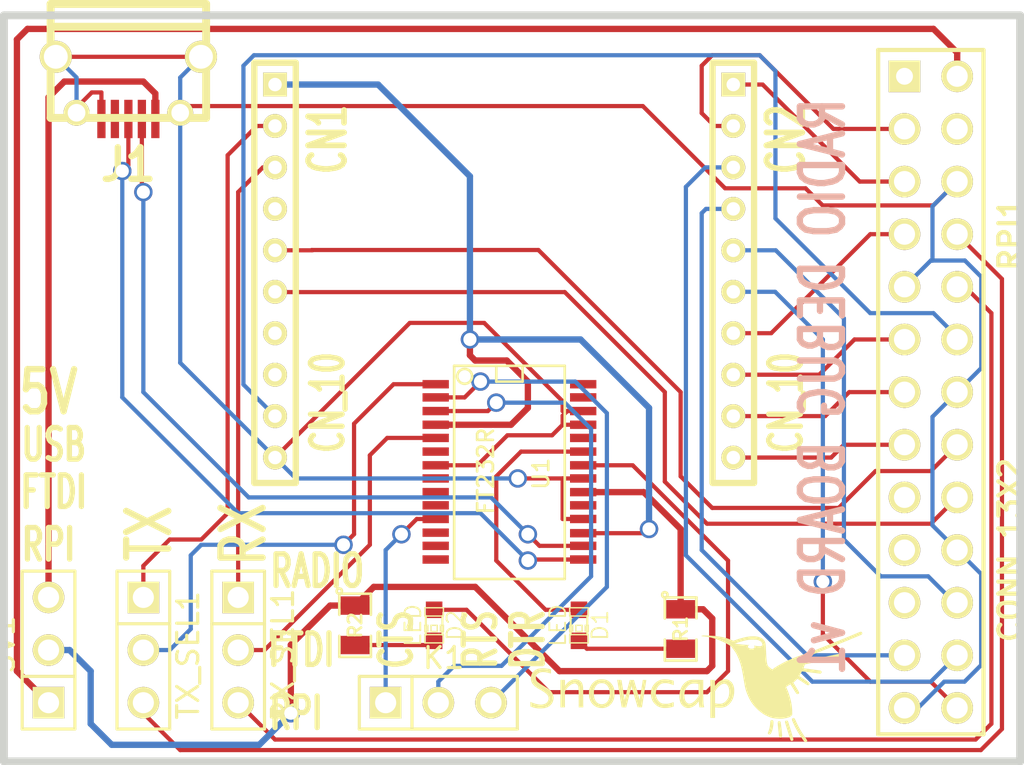
<source format=kicad_pcb>
(kicad_pcb (version 20171130) (host pcbnew "(5.1.12)-1")

  (general
    (thickness 1.6002)
    (drawings 19)
    (tracks 276)
    (zones 0)
    (modules 14)
    (nets 34)
  )

  (page A4)
  (layers
    (0 Front signal)
    (31 Back signal)
    (32 B.Adhes user hide)
    (33 F.Adhes user hide)
    (34 B.Paste user hide)
    (35 F.Paste user hide)
    (36 B.SilkS user hide)
    (37 F.SilkS user hide)
    (38 B.Mask user hide)
    (39 F.Mask user hide)
    (40 Dwgs.User user hide)
    (41 Cmts.User user hide)
    (42 Eco1.User user hide)
    (43 Eco2.User user hide)
    (44 Edge.Cuts user)
  )

  (setup
    (last_trace_width 0.2032)
    (user_trace_width 0.3048)
    (trace_clearance 0.254)
    (zone_clearance 0.3)
    (zone_45_only no)
    (trace_min 0.2032)
    (via_size 0.889)
    (via_drill 0.635)
    (via_min_size 0.889)
    (via_min_drill 0.635)
    (uvia_size 0.508)
    (uvia_drill 0.127)
    (uvias_allowed no)
    (uvia_min_size 0.508)
    (uvia_min_drill 0.127)
    (edge_width 0.381)
    (segment_width 0.381)
    (pcb_text_width 0.3048)
    (pcb_text_size 1.524 2.032)
    (mod_edge_width 0.381)
    (mod_text_size 1.524 1.524)
    (mod_text_width 0.3048)
    (pad_size 1.24968 1.24968)
    (pad_drill 0.8509)
    (pad_to_mask_clearance 0.254)
    (aux_axis_origin 0 0)
    (visible_elements 7FFFFFFF)
    (pcbplotparams
      (layerselection 0x00030_ffffffff)
      (usegerberextensions true)
      (usegerberattributes true)
      (usegerberadvancedattributes true)
      (creategerberjobfile true)
      (excludeedgelayer true)
      (linewidth 0.150000)
      (plotframeref false)
      (viasonmask false)
      (mode 1)
      (useauxorigin false)
      (hpglpennumber 1)
      (hpglpenspeed 20)
      (hpglpendiameter 15.000000)
      (psnegative false)
      (psa4output false)
      (plotreference false)
      (plotvalue false)
      (plotinvisibletext false)
      (padsonsilk false)
      (subtractmaskfromsilk false)
      (outputformat 1)
      (mirror false)
      (drillshape 0)
      (scaleselection 1)
      (outputdirectory "gerbers/"))
  )

  (net 0 "")
  (net 1 +3.3V)
  (net 2 +5V)
  (net 3 /RADIO_A0)
  (net 4 /RADIO_A0_SCLK)
  (net 5 /RADIO_A0_SS)
  (net 6 /RADIO_A1)
  (net 7 /RADIO_A2)
  (net 8 /RADIO_A3)
  (net 9 /RADIO_ACLK)
  (net 10 /RADIO_B0_SCL)
  (net 11 /RADIO_B0_SDA)
  (net 12 /RADIO_NRST)
  (net 13 /RADIO_RFGDO0)
  (net 14 /RADIO_RFGDO2)
  (net 15 /RADIO_RX)
  (net 16 /RADIO_TEST)
  (net 17 /RADIO_TX)
  (net 18 /RPI_RX)
  (net 19 /RPI_TX)
  (net 20 GND)
  (net 21 N-0000017)
  (net 22 N-0000018)
  (net 23 N-0000027)
  (net 24 N-0000030)
  (net 25 N-0000032)
  (net 26 N-0000033)
  (net 27 N-0000034)
  (net 28 N-0000042)
  (net 29 N-0000046)
  (net 30 N-0000047)
  (net 31 N-0000049)
  (net 32 N-0000052)
  (net 33 N-0000053)

  (net_class Default "This is the default net class."
    (clearance 0.254)
    (trace_width 0.2032)
    (via_dia 0.889)
    (via_drill 0.635)
    (uvia_dia 0.508)
    (uvia_drill 0.127)
    (add_net +3.3V)
    (add_net +5V)
    (add_net /RADIO_A0)
    (add_net /RADIO_A0_SCLK)
    (add_net /RADIO_A0_SS)
    (add_net /RADIO_A1)
    (add_net /RADIO_A2)
    (add_net /RADIO_A3)
    (add_net /RADIO_ACLK)
    (add_net /RADIO_B0_SCL)
    (add_net /RADIO_B0_SDA)
    (add_net /RADIO_NRST)
    (add_net /RADIO_RFGDO0)
    (add_net /RADIO_RFGDO2)
    (add_net /RADIO_RX)
    (add_net /RADIO_TEST)
    (add_net /RADIO_TX)
    (add_net /RPI_RX)
    (add_net /RPI_TX)
    (add_net GND)
    (add_net N-0000017)
    (add_net N-0000018)
    (add_net N-0000027)
    (add_net N-0000030)
    (add_net N-0000032)
    (add_net N-0000033)
    (add_net N-0000034)
    (add_net N-0000042)
    (add_net N-0000046)
    (add_net N-0000047)
    (add_net N-0000049)
    (add_net N-0000052)
    (add_net N-0000053)
  )

  (module SSOP28 (layer Front) (tedit 3D81AA31) (tstamp 51DD5A35)
    (at 79.375 46.99 270)
    (descr "SSOP 28 pins")
    (tags "CMS SSOP SMD")
    (path /51DD18E3)
    (clearance 0.0762)
    (attr smd)
    (fp_text reference U1 (at 0.127 -1.524 270) (layer F.SilkS)
      (effects (font (size 0.762 0.762) (thickness 0.127)))
    )
    (fp_text value FT232R (at 0 1.143 270) (layer F.SilkS)
      (effects (font (size 0.762 0.762) (thickness 0.127)))
    )
    (fp_line (start 5.207 -2.667) (end 5.207 2.667) (layer F.SilkS) (width 0.127))
    (fp_line (start -5.08 -2.667) (end -5.08 2.667) (layer F.SilkS) (width 0.127))
    (fp_line (start -5.08 -2.667) (end 5.207 -2.667) (layer F.SilkS) (width 0.127))
    (fp_line (start 5.207 2.667) (end -5.08 2.667) (layer F.SilkS) (width 0.127))
    (fp_line (start -4.318 0.635) (end -5.08 0.635) (layer F.SilkS) (width 0.127))
    (fp_line (start -4.318 -0.635) (end -4.318 0.635) (layer F.SilkS) (width 0.127))
    (fp_line (start -5.08 -0.635) (end -4.318 -0.635) (layer F.SilkS) (width 0.127))
    (fp_circle (center -4.572 2.159) (end -4.826 1.905) (layer F.SilkS) (width 0.127))
    (pad 1 smd rect (at -4.191 3.556 270) (size 0.4064 1.27) (layers Front F.Paste F.Mask)
      (net 22 N-0000018))
    (pad 2 smd rect (at -3.556 3.556 270) (size 0.4064 1.27) (layers Front F.Paste F.Mask)
      (net 27 N-0000034))
    (pad 3 smd rect (at -2.8956 3.556 270) (size 0.4064 1.27) (layers Front F.Paste F.Mask)
      (net 26 N-0000033))
    (pad 4 smd rect (at -2.2352 3.556 270) (size 0.4064 1.27) (layers Front F.Paste F.Mask)
      (net 1 +3.3V))
    (pad 5 smd rect (at -1.6002 3.556 270) (size 0.4064 1.27) (layers Front F.Paste F.Mask)
      (net 21 N-0000017))
    (pad 6 smd rect (at -0.9398 3.556 270) (size 0.4064 1.27) (layers Front F.Paste F.Mask))
    (pad 7 smd rect (at -0.2794 3.556 270) (size 0.4064 1.27) (layers Front F.Paste F.Mask)
      (net 20 GND))
    (pad 8 smd rect (at 0.3556 3.556 270) (size 0.4064 1.27) (layers Front F.Paste F.Mask))
    (pad 9 smd rect (at 1.016 3.556 270) (size 0.4064 1.27) (layers Front F.Paste F.Mask))
    (pad 10 smd rect (at 1.651 3.556 270) (size 0.4064 1.27) (layers Front F.Paste F.Mask))
    (pad 11 smd rect (at 2.3114 3.556 270) (size 0.4064 1.27) (layers Front F.Paste F.Mask)
      (net 25 N-0000032))
    (pad 12 smd rect (at 2.9718 3.556 270) (size 0.4064 1.27) (layers Front F.Paste F.Mask))
    (pad 13 smd rect (at 3.6068 3.556 270) (size 0.4064 1.27) (layers Front F.Paste F.Mask))
    (pad 14 smd rect (at 4.2672 3.556 270) (size 0.4064 1.27) (layers Front F.Paste F.Mask))
    (pad 15 smd rect (at 4.2672 -3.556 270) (size 0.4064 1.27) (layers Front F.Paste F.Mask)
      (net 24 N-0000030))
    (pad 16 smd rect (at 3.6068 -3.556 270) (size 0.4064 1.27) (layers Front F.Paste F.Mask)
      (net 30 N-0000047))
    (pad 17 smd rect (at 2.9972 -3.556 270) (size 0.4064 1.27) (layers Front F.Paste F.Mask)
      (net 1 +3.3V))
    (pad 18 smd rect (at 2.3114 -3.556 270) (size 0.4064 1.27) (layers Front F.Paste F.Mask)
      (net 20 GND))
    (pad 19 smd rect (at 1.651 -3.556 270) (size 0.4064 1.27) (layers Front F.Paste F.Mask))
    (pad 20 smd rect (at 1.016 -3.556 270) (size 0.4064 1.27) (layers Front F.Paste F.Mask)
      (net 2 +5V))
    (pad 21 smd rect (at 0.3556 -3.556 270) (size 0.4064 1.27) (layers Front F.Paste F.Mask)
      (net 20 GND))
    (pad 22 smd rect (at -0.2794 -3.556 270) (size 0.4064 1.27) (layers Front F.Paste F.Mask)
      (net 33 N-0000053))
    (pad 23 smd rect (at -0.9398 -3.556 270) (size 0.4064 1.27) (layers Front F.Paste F.Mask)
      (net 23 N-0000027))
    (pad 24 smd rect (at -1.6002 -3.556 270) (size 0.4064 1.27) (layers Front F.Paste F.Mask))
    (pad 25 smd rect (at -2.2352 -3.556 270) (size 0.4064 1.27) (layers Front F.Paste F.Mask)
      (net 20 GND))
    (pad 26 smd rect (at -2.8956 -3.556 270) (size 0.4064 1.27) (layers Front F.Paste F.Mask)
      (net 20 GND))
    (pad 27 smd rect (at -3.556 -3.556 270) (size 0.4064 1.27) (layers Front F.Paste F.Mask))
    (pad 28 smd rect (at -4.191 -3.556 270) (size 0.4064 1.27) (layers Front F.Paste F.Mask))
    (model smd/cms_soj28.wrl
      (at (xyz 0 0 0))
      (scale (xyz 0.256 0.5 0.25))
      (rotate (xyz 0 0 0))
    )
  )

  (module PIN_ARRAY_3X1 (layer Front) (tedit 4565C6B8) (tstamp 51DD5A36)
    (at 57.15 55.626 90)
    (descr "Connecteur 3 pins")
    (tags "CONN DEV")
    (path /51DD1743)
    (fp_text reference 5V1 (at 0.254 -2.159 90) (layer F.SilkS)
      (effects (font (size 1.016 1.016) (thickness 0.1524)))
    )
    (fp_text value CN_3 (at 0 -2.159 90) (layer F.SilkS) hide
      (effects (font (size 1.016 1.016) (thickness 0.1524)))
    )
    (fp_line (start -1.27 -1.27) (end -1.27 1.27) (layer F.SilkS) (width 0.1524))
    (fp_line (start 3.81 1.27) (end -3.81 1.27) (layer F.SilkS) (width 0.1524))
    (fp_line (start 3.81 -1.27) (end 3.81 1.27) (layer F.SilkS) (width 0.1524))
    (fp_line (start -3.81 -1.27) (end 3.81 -1.27) (layer F.SilkS) (width 0.1524))
    (fp_line (start -3.81 1.27) (end -3.81 -1.27) (layer F.SilkS) (width 0.1524))
    (pad 1 thru_hole rect (at -2.54 0 90) (size 1.524 1.524) (drill 1.016) (layers *.Cu *.Mask F.SilkS)
      (net 28 N-0000042))
    (pad 2 thru_hole circle (at 0 0 90) (size 1.524 1.524) (drill 1.016) (layers *.Cu *.Mask F.SilkS)
      (net 2 +5V))
    (pad 3 thru_hole circle (at 2.54 0 90) (size 1.524 1.524) (drill 1.016) (layers *.Cu *.Mask F.SilkS)
      (net 29 N-0000046))
    (model pin_array/pins_array_3x1.wrl
      (at (xyz 0 0 0))
      (scale (xyz 1 1 1))
      (rotate (xyz 0 0 0))
    )
  )

  (module PIN_ARRAY_3X1 (layer Front) (tedit 4565C6B8) (tstamp 51DD5A38)
    (at 66.294 55.626 270)
    (descr "Connecteur 3 pins")
    (tags "CONN DEV")
    (path /51DD1752)
    (fp_text reference RX_SEL1 (at 0.254 -2.159 270) (layer F.SilkS)
      (effects (font (size 1.016 1.016) (thickness 0.1524)))
    )
    (fp_text value CN_3 (at 0 -2.159 270) (layer F.SilkS) hide
      (effects (font (size 1.016 1.016) (thickness 0.1524)))
    )
    (fp_line (start -1.27 -1.27) (end -1.27 1.27) (layer F.SilkS) (width 0.1524))
    (fp_line (start 3.81 1.27) (end -3.81 1.27) (layer F.SilkS) (width 0.1524))
    (fp_line (start 3.81 -1.27) (end 3.81 1.27) (layer F.SilkS) (width 0.1524))
    (fp_line (start -3.81 -1.27) (end 3.81 -1.27) (layer F.SilkS) (width 0.1524))
    (fp_line (start -3.81 1.27) (end -3.81 -1.27) (layer F.SilkS) (width 0.1524))
    (pad 1 thru_hole rect (at -2.54 0 270) (size 1.524 1.524) (drill 1.016) (layers *.Cu *.Mask F.SilkS)
      (net 15 /RADIO_RX))
    (pad 2 thru_hole circle (at 0 0 270) (size 1.524 1.524) (drill 1.016) (layers *.Cu *.Mask F.SilkS)
      (net 21 N-0000017))
    (pad 3 thru_hole circle (at 2.54 0 270) (size 1.524 1.524) (drill 1.016) (layers *.Cu *.Mask F.SilkS)
      (net 18 /RPI_RX))
    (model pin_array/pins_array_3x1.wrl
      (at (xyz 0 0 0))
      (scale (xyz 1 1 1))
      (rotate (xyz 0 0 0))
    )
  )

  (module PIN_ARRAY_3X1 (layer Front) (tedit 4565C6B8) (tstamp 51DD5A3A)
    (at 61.722 55.626 270)
    (descr "Connecteur 3 pins")
    (tags "CONN DEV")
    (path /51DD174C)
    (fp_text reference TX_SEL1 (at 0.254 -2.159 270) (layer F.SilkS)
      (effects (font (size 1.016 1.016) (thickness 0.1524)))
    )
    (fp_text value CN_3 (at 0 -2.159 270) (layer F.SilkS) hide
      (effects (font (size 1.016 1.016) (thickness 0.1524)))
    )
    (fp_line (start -1.27 -1.27) (end -1.27 1.27) (layer F.SilkS) (width 0.1524))
    (fp_line (start 3.81 1.27) (end -3.81 1.27) (layer F.SilkS) (width 0.1524))
    (fp_line (start 3.81 -1.27) (end 3.81 1.27) (layer F.SilkS) (width 0.1524))
    (fp_line (start -3.81 -1.27) (end 3.81 -1.27) (layer F.SilkS) (width 0.1524))
    (fp_line (start -3.81 1.27) (end -3.81 -1.27) (layer F.SilkS) (width 0.1524))
    (pad 1 thru_hole rect (at -2.54 0 270) (size 1.524 1.524) (drill 1.016) (layers *.Cu *.Mask F.SilkS)
      (net 17 /RADIO_TX))
    (pad 2 thru_hole circle (at 0 0 270) (size 1.524 1.524) (drill 1.016) (layers *.Cu *.Mask F.SilkS)
      (net 22 N-0000018))
    (pad 3 thru_hole circle (at 2.54 0 270) (size 1.524 1.524) (drill 1.016) (layers *.Cu *.Mask F.SilkS)
      (net 19 /RPI_TX))
    (model pin_array/pins_array_3x1.wrl
      (at (xyz 0 0 0))
      (scale (xyz 1 1 1))
      (rotate (xyz 0 0 0))
    )
  )

  (module pin_array_13x2 (layer Front) (tedit 451B917C) (tstamp 51DD5A3B)
    (at 99.695 43.18 270)
    (descr "Double rangee de contacts 2 x 12 pins")
    (tags CONN)
    (path /51DD164E)
    (fp_text reference RPI1 (at -7.62 -3.81 270) (layer F.SilkS)
      (effects (font (size 1.016 1.016) (thickness 0.2032)))
    )
    (fp_text value CONN_13X2 (at 7.62 -3.81 270) (layer F.SilkS)
      (effects (font (size 1.016 1.016) (thickness 0.2032)))
    )
    (fp_line (start 16.51 2.54) (end 16.51 -2.54) (layer F.SilkS) (width 0.2032))
    (fp_line (start -16.51 -2.54) (end -16.51 2.54) (layer F.SilkS) (width 0.2032))
    (fp_line (start 16.51 -2.54) (end -16.51 -2.54) (layer F.SilkS) (width 0.2032))
    (fp_line (start -16.51 2.54) (end 16.51 2.54) (layer F.SilkS) (width 0.2032))
    (pad 1 thru_hole rect (at -15.24 1.27 270) (size 1.524 1.524) (drill 0.8128) (layers *.Cu *.Mask F.SilkS))
    (pad 2 thru_hole circle (at -15.24 -1.27 270) (size 1.524 1.524) (drill 1.016) (layers *.Cu *.Mask F.SilkS)
      (net 28 N-0000042))
    (pad 3 thru_hole circle (at -12.7 1.27 270) (size 1.524 1.524) (drill 1.016) (layers *.Cu *.Mask F.SilkS)
      (net 11 /RADIO_B0_SDA))
    (pad 4 thru_hole circle (at -12.7 -1.27 270) (size 1.524 1.524) (drill 1.016) (layers *.Cu *.Mask F.SilkS))
    (pad 5 thru_hole circle (at -10.16 1.27 270) (size 1.524 1.524) (drill 1.016) (layers *.Cu *.Mask F.SilkS)
      (net 10 /RADIO_B0_SCL))
    (pad 6 thru_hole circle (at -10.16 -1.27 270) (size 1.524 1.524) (drill 1.016) (layers *.Cu *.Mask F.SilkS)
      (net 20 GND))
    (pad 7 thru_hole circle (at -7.62 1.27 270) (size 1.524 1.524) (drill 1.016) (layers *.Cu *.Mask F.SilkS)
      (net 13 /RADIO_RFGDO0))
    (pad 8 thru_hole circle (at -7.62 -1.27 270) (size 1.524 1.524) (drill 1.016) (layers *.Cu *.Mask F.SilkS)
      (net 19 /RPI_TX))
    (pad 9 thru_hole circle (at -5.08 1.27 270) (size 1.524 1.524) (drill 1.016) (layers *.Cu *.Mask F.SilkS)
      (net 20 GND))
    (pad 10 thru_hole circle (at -5.08 -1.27 270) (size 1.524 1.524) (drill 1.016) (layers *.Cu *.Mask F.SilkS)
      (net 18 /RPI_RX))
    (pad 11 thru_hole circle (at -2.54 1.27 270) (size 1.524 1.524) (drill 1.016) (layers *.Cu *.Mask F.SilkS)
      (net 3 /RADIO_A0))
    (pad 12 thru_hole circle (at -2.54 -1.27 270) (size 1.524 1.524) (drill 1.016) (layers *.Cu *.Mask F.SilkS)
      (net 8 /RADIO_A3))
    (pad 13 thru_hole circle (at 0 1.27 270) (size 1.524 1.524) (drill 1.016) (layers *.Cu *.Mask F.SilkS)
      (net 6 /RADIO_A1))
    (pad 14 thru_hole circle (at 0 -1.27 270) (size 1.524 1.524) (drill 1.016) (layers *.Cu *.Mask F.SilkS)
      (net 20 GND))
    (pad 15 thru_hole circle (at 2.54 1.27 270) (size 1.524 1.524) (drill 1.016) (layers *.Cu *.Mask F.SilkS)
      (net 7 /RADIO_A2))
    (pad 16 thru_hole circle (at 2.54 -1.27 270) (size 1.524 1.524) (drill 1.016) (layers *.Cu *.Mask F.SilkS)
      (net 12 /RADIO_NRST))
    (pad 17 thru_hole circle (at 5.08 1.27 270) (size 1.524 1.524) (drill 1.016) (layers *.Cu *.Mask F.SilkS))
    (pad 18 thru_hole circle (at 5.08 -1.27 270) (size 1.524 1.524) (drill 1.016) (layers *.Cu *.Mask F.SilkS)
      (net 16 /RADIO_TEST))
    (pad 19 thru_hole circle (at 7.62 1.27 270) (size 1.524 1.524) (drill 1.016) (layers *.Cu *.Mask F.SilkS))
    (pad 20 thru_hole circle (at 7.62 -1.27 270) (size 1.524 1.524) (drill 1.016) (layers *.Cu *.Mask F.SilkS)
      (net 20 GND))
    (pad 21 thru_hole circle (at 10.16 1.27 270) (size 1.524 1.524) (drill 1.016) (layers *.Cu *.Mask F.SilkS))
    (pad 22 thru_hole circle (at 10.16 -1.27 270) (size 1.524 1.524) (drill 1.016) (layers *.Cu *.Mask F.SilkS)
      (net 9 /RADIO_ACLK))
    (pad 23 thru_hole circle (at 12.7 1.27 270) (size 1.524 1.524) (drill 1.016) (layers *.Cu *.Mask F.SilkS)
      (net 4 /RADIO_A0_SCLK))
    (pad 24 thru_hole circle (at 12.7 -1.27 270) (size 1.524 1.524) (drill 1.016) (layers *.Cu *.Mask F.SilkS)
      (net 5 /RADIO_A0_SS))
    (pad 25 thru_hole circle (at 15.24 1.27 270) (size 1.524 1.524) (drill 1.016) (layers *.Cu *.Mask F.SilkS)
      (net 20 GND))
    (pad 26 thru_hole circle (at 15.24 -1.27 270) (size 1.524 1.524) (drill 1.016) (layers *.Cu *.Mask F.SilkS)
      (net 14 /RADIO_RFGDO2))
    (model pin_array/pins_array_13x2.wrl
      (at (xyz 0 0 0))
      (scale (xyz 1 1 1))
      (rotate (xyz 0 0 0))
    )
  )

  (module CONN-10-2MM (layer Front) (tedit 4F757B8D) (tstamp 51DD5A61)
    (at 68.072 37.338 270)
    (descr "Connecteur 10 pins")
    (tags "CONN DEV")
    (path /51DD1688)
    (fp_text reference CN1 (at -6.35 -2.54 270) (layer F.SilkS)
      (effects (font (size 1.72974 1.08712) (thickness 0.27178)))
    )
    (fp_text value CN_10 (at 6.35 -2.54 270) (layer F.SilkS)
      (effects (font (size 1.524 1.016) (thickness 0.254)))
    )
    (fp_line (start 10.22604 -1.00076) (end -10.05078 -1.00076) (layer F.SilkS) (width 0.3048))
    (fp_line (start -10.05078 1.00076) (end 10.22604 1.00076) (layer F.SilkS) (width 0.3048))
    (fp_line (start -10.05078 0.97536) (end -10.05078 -0.97536) (layer F.SilkS) (width 0.3048))
    (fp_line (start 10.22604 -0.97536) (end 10.22604 0.94996) (layer F.SilkS) (width 0.3048))
    (pad 10 thru_hole circle (at 8.99922 0 270) (size 1.15062 1.15062) (drill 0.65024) (layers *.Cu *.Mask F.SilkS)
      (net 20 GND))
    (pad 6 thru_hole circle (at 1.00076 0 270) (size 1.15062 1.15062) (drill 0.65024) (layers *.Cu *.Mask F.SilkS)
      (net 16 /RADIO_TEST))
    (pad 7 thru_hole circle (at 2.99974 0 270) (size 1.15062 1.15062) (drill 0.65024) (layers *.Cu *.Mask F.SilkS))
    (pad 8 thru_hole circle (at 5.00126 0 270) (size 1.15062 1.15062) (drill 0.65024) (layers *.Cu *.Mask F.SilkS))
    (pad 9 thru_hole circle (at 7.00024 0 270) (size 1.15062 1.15062) (drill 0.65024) (layers *.Cu *.Mask F.SilkS)
      (net 8 /RADIO_A3))
    (pad 5 thru_hole circle (at -1.00076 0 270) (size 1.15062 1.15062) (drill 0.65024) (layers *.Cu *.Mask F.SilkS)
      (net 12 /RADIO_NRST))
    (pad 4 thru_hole circle (at -2.99974 0 270) (size 1.15062 1.15062) (drill 0.65024) (layers *.Cu *.Mask F.SilkS))
    (pad 3 thru_hole circle (at -5.00126 0 270) (size 1.15062 1.15062) (drill 0.65024) (layers *.Cu *.Mask F.SilkS)
      (net 15 /RADIO_RX))
    (pad 1 thru_hole rect (at -8.99922 0 270) (size 1.15062 1.15062) (drill 0.65024) (layers *.Cu *.Mask F.SilkS)
      (net 1 +3.3V))
    (pad 2 thru_hole circle (at -7.00024 0 270) (size 1.15062 1.15062) (drill 0.65024) (layers *.Cu *.Mask F.SilkS)
      (net 17 /RADIO_TX))
  )

  (module CONN-10-2MM (layer Front) (tedit 4F757B8D) (tstamp 51DD5A63)
    (at 90.17 37.338 270)
    (descr "Connecteur 10 pins")
    (tags "CONN DEV")
    (path /51DD1696)
    (fp_text reference CN2 (at -6.35 -2.54 270) (layer F.SilkS)
      (effects (font (size 1.72974 1.08712) (thickness 0.27178)))
    )
    (fp_text value CN_10 (at 6.35 -2.54 270) (layer F.SilkS)
      (effects (font (size 1.524 1.016) (thickness 0.254)))
    )
    (fp_line (start 10.22604 -1.00076) (end -10.05078 -1.00076) (layer F.SilkS) (width 0.3048))
    (fp_line (start -10.05078 1.00076) (end 10.22604 1.00076) (layer F.SilkS) (width 0.3048))
    (fp_line (start -10.05078 0.97536) (end -10.05078 -0.97536) (layer F.SilkS) (width 0.3048))
    (fp_line (start 10.22604 -0.97536) (end 10.22604 0.94996) (layer F.SilkS) (width 0.3048))
    (pad 10 thru_hole circle (at 8.99922 0 270) (size 1.15062 1.15062) (drill 0.65024) (layers *.Cu *.Mask F.SilkS)
      (net 7 /RADIO_A2))
    (pad 6 thru_hole circle (at 1.00076 0 270) (size 1.15062 1.15062) (drill 0.65024) (layers *.Cu *.Mask F.SilkS)
      (net 14 /RADIO_RFGDO2))
    (pad 7 thru_hole circle (at 2.99974 0 270) (size 1.15062 1.15062) (drill 0.65024) (layers *.Cu *.Mask F.SilkS)
      (net 13 /RADIO_RFGDO0))
    (pad 8 thru_hole circle (at 5.00126 0 270) (size 1.15062 1.15062) (drill 0.65024) (layers *.Cu *.Mask F.SilkS)
      (net 3 /RADIO_A0))
    (pad 9 thru_hole circle (at 7.00024 0 270) (size 1.15062 1.15062) (drill 0.65024) (layers *.Cu *.Mask F.SilkS)
      (net 6 /RADIO_A1))
    (pad 5 thru_hole circle (at -1.00076 0 270) (size 1.15062 1.15062) (drill 0.65024) (layers *.Cu *.Mask F.SilkS)
      (net 9 /RADIO_ACLK))
    (pad 4 thru_hole circle (at -2.99974 0 270) (size 1.15062 1.15062) (drill 0.65024) (layers *.Cu *.Mask F.SilkS)
      (net 4 /RADIO_A0_SCLK))
    (pad 3 thru_hole circle (at -5.00126 0 270) (size 1.15062 1.15062) (drill 0.65024) (layers *.Cu *.Mask F.SilkS)
      (net 5 /RADIO_A0_SS))
    (pad 1 thru_hole rect (at -8.99922 0 270) (size 1.15062 1.15062) (drill 0.65024) (layers *.Cu *.Mask F.SilkS)
      (net 10 /RADIO_B0_SCL))
    (pad 2 thru_hole circle (at -7.00024 0 270) (size 1.15062 1.15062) (drill 0.65024) (layers *.Cu *.Mask F.SilkS)
      (net 11 /RADIO_B0_SDA))
  )

  (module SM0805 (layer Front) (tedit 7FFFFFFF) (tstamp 51DD7608)
    (at 87.63 54.61 270)
    (path /51DD64CB)
    (attr smd)
    (fp_text reference R1 (at 0 0 270) (layer F.SilkS)
      (effects (font (size 0.635 0.635) (thickness 0.127)))
    )
    (fp_text value 500R (at 0 0 270) (layer F.SilkS) hide
      (effects (font (size 0.635 0.635) (thickness 0.127)))
    )
    (fp_line (start 1.524 0.762) (end 0.508 0.762) (layer F.SilkS) (width 0.127))
    (fp_line (start 1.524 -0.762) (end 1.524 0.762) (layer F.SilkS) (width 0.127))
    (fp_line (start 0.508 -0.762) (end 1.524 -0.762) (layer F.SilkS) (width 0.127))
    (fp_line (start -1.524 -0.762) (end -0.508 -0.762) (layer F.SilkS) (width 0.127))
    (fp_line (start -1.524 0.762) (end -1.524 -0.762) (layer F.SilkS) (width 0.127))
    (fp_line (start -0.508 0.762) (end -1.524 0.762) (layer F.SilkS) (width 0.127))
    (fp_circle (center -1.651 0.762) (end -1.651 0.635) (layer F.SilkS) (width 0.127))
    (pad 1 smd rect (at -0.9525 0 270) (size 0.889 1.397) (layers Front F.Paste F.Mask)
      (net 2 +5V))
    (pad 2 smd rect (at 0.9525 0 270) (size 0.889 1.397) (layers Front F.Paste F.Mask)
      (net 32 N-0000052))
    (model smd/chip_cms.wrl
      (at (xyz 0 0 0))
      (scale (xyz 0.1 0.1 0.1))
      (rotate (xyz 0 0 0))
    )
  )

  (module SM0805 (layer Front) (tedit 7FFFFFFF) (tstamp 51DD760A)
    (at 71.9328 54.4322 270)
    (path /51DD64C5)
    (attr smd)
    (fp_text reference R2 (at 0 0 270) (layer F.SilkS)
      (effects (font (size 0.635 0.635) (thickness 0.127)))
    )
    (fp_text value 500R (at 0 0 270) (layer F.SilkS) hide
      (effects (font (size 0.635 0.635) (thickness 0.127)))
    )
    (fp_line (start 1.524 0.762) (end 0.508 0.762) (layer F.SilkS) (width 0.127))
    (fp_line (start 1.524 -0.762) (end 1.524 0.762) (layer F.SilkS) (width 0.127))
    (fp_line (start 0.508 -0.762) (end 1.524 -0.762) (layer F.SilkS) (width 0.127))
    (fp_line (start -1.524 -0.762) (end -0.508 -0.762) (layer F.SilkS) (width 0.127))
    (fp_line (start -1.524 0.762) (end -1.524 -0.762) (layer F.SilkS) (width 0.127))
    (fp_line (start -0.508 0.762) (end -1.524 0.762) (layer F.SilkS) (width 0.127))
    (fp_circle (center -1.651 0.762) (end -1.651 0.635) (layer F.SilkS) (width 0.127))
    (pad 1 smd rect (at -0.9525 0 270) (size 0.889 1.397) (layers Front F.Paste F.Mask)
      (net 2 +5V))
    (pad 2 smd rect (at 0.9525 0 270) (size 0.889 1.397) (layers Front F.Paste F.Mask)
      (net 31 N-0000049))
    (model smd/chip_cms.wrl
      (at (xyz 0 0 0))
      (scale (xyz 0.1 0.1 0.1))
      (rotate (xyz 0 0 0))
    )
  )

  (module LED-0603 (layer Front) (tedit 49BFA1B8) (tstamp 51DD760B)
    (at 82.7278 54.4322 270)
    (descr "LED 0603 smd package")
    (tags "LED led 0603 SMD smd SMT smt smdled SMDLED smtled SMTLED")
    (path /51DD758F)
    (attr smd)
    (fp_text reference D1 (at 0 -1.016 270) (layer F.SilkS)
      (effects (font (size 0.762 0.762) (thickness 0.0889)))
    )
    (fp_text value LED (at 0 1.016 270) (layer F.SilkS)
      (effects (font (size 0.762 0.762) (thickness 0.0889)))
    )
    (fp_line (start 0.44958 0.39878) (end -0.44958 0.39878) (layer F.SilkS) (width 0.1016))
    (fp_line (start 0.44958 -0.39878) (end -0.44958 -0.39878) (layer F.SilkS) (width 0.1016))
    (fp_line (start 0 -0.14986) (end 0.29972 -0.14986) (layer F.SilkS) (width 0.06604))
    (fp_line (start 0.29972 -0.14986) (end 0.29972 0.14986) (layer F.SilkS) (width 0.06604))
    (fp_line (start 0 0.14986) (end 0.29972 0.14986) (layer F.SilkS) (width 0.06604))
    (fp_line (start 0 -0.14986) (end 0 0.14986) (layer F.SilkS) (width 0.06604))
    (fp_line (start 0 0.29972) (end 0.29972 0.29972) (layer F.SilkS) (width 0.06604))
    (fp_line (start 0.29972 0.29972) (end 0.29972 0.44958) (layer F.SilkS) (width 0.06604))
    (fp_line (start 0 0.44958) (end 0.29972 0.44958) (layer F.SilkS) (width 0.06604))
    (fp_line (start 0 0.29972) (end 0 0.44958) (layer F.SilkS) (width 0.06604))
    (fp_line (start 0 -0.44958) (end 0.29972 -0.44958) (layer F.SilkS) (width 0.06604))
    (fp_line (start 0.29972 -0.44958) (end 0.29972 -0.29972) (layer F.SilkS) (width 0.06604))
    (fp_line (start 0 -0.29972) (end 0.29972 -0.29972) (layer F.SilkS) (width 0.06604))
    (fp_line (start 0 -0.44958) (end 0 -0.29972) (layer F.SilkS) (width 0.06604))
    (fp_line (start -0.84836 -0.44958) (end -0.44958 -0.44958) (layer F.SilkS) (width 0.06604))
    (fp_line (start -0.44958 -0.44958) (end -0.44958 0.44958) (layer F.SilkS) (width 0.06604))
    (fp_line (start -0.84836 0.44958) (end -0.44958 0.44958) (layer F.SilkS) (width 0.06604))
    (fp_line (start -0.84836 -0.44958) (end -0.84836 0.44958) (layer F.SilkS) (width 0.06604))
    (fp_line (start 0.44958 -0.44958) (end 0.84836 -0.44958) (layer F.SilkS) (width 0.06604))
    (fp_line (start 0.84836 -0.44958) (end 0.84836 0.44958) (layer F.SilkS) (width 0.06604))
    (fp_line (start 0.44958 0.44958) (end 0.84836 0.44958) (layer F.SilkS) (width 0.06604))
    (fp_line (start 0.44958 -0.44958) (end 0.44958 0.44958) (layer F.SilkS) (width 0.06604))
    (pad 1 smd rect (at -0.7493 0 270) (size 0.79756 0.79756) (layers Front F.Paste F.Mask)
      (net 23 N-0000027))
    (pad 2 smd rect (at 0.7493 0 270) (size 0.79756 0.79756) (layers Front F.Paste F.Mask)
      (net 32 N-0000052))
  )

  (module LED-0603 (layer Front) (tedit 49BFA1B8) (tstamp 51DD760D)
    (at 75.7428 54.4322 270)
    (descr "LED 0603 smd package")
    (tags "LED led 0603 SMD smd SMT smt smdled SMDLED smtled SMTLED")
    (path /51DD75A0)
    (attr smd)
    (fp_text reference D2 (at 0 -1.016 270) (layer F.SilkS)
      (effects (font (size 0.762 0.762) (thickness 0.0889)))
    )
    (fp_text value LED (at 0 1.016 270) (layer F.SilkS)
      (effects (font (size 0.762 0.762) (thickness 0.0889)))
    )
    (fp_line (start 0.44958 0.39878) (end -0.44958 0.39878) (layer F.SilkS) (width 0.1016))
    (fp_line (start 0.44958 -0.39878) (end -0.44958 -0.39878) (layer F.SilkS) (width 0.1016))
    (fp_line (start 0 -0.14986) (end 0.29972 -0.14986) (layer F.SilkS) (width 0.06604))
    (fp_line (start 0.29972 -0.14986) (end 0.29972 0.14986) (layer F.SilkS) (width 0.06604))
    (fp_line (start 0 0.14986) (end 0.29972 0.14986) (layer F.SilkS) (width 0.06604))
    (fp_line (start 0 -0.14986) (end 0 0.14986) (layer F.SilkS) (width 0.06604))
    (fp_line (start 0 0.29972) (end 0.29972 0.29972) (layer F.SilkS) (width 0.06604))
    (fp_line (start 0.29972 0.29972) (end 0.29972 0.44958) (layer F.SilkS) (width 0.06604))
    (fp_line (start 0 0.44958) (end 0.29972 0.44958) (layer F.SilkS) (width 0.06604))
    (fp_line (start 0 0.29972) (end 0 0.44958) (layer F.SilkS) (width 0.06604))
    (fp_line (start 0 -0.44958) (end 0.29972 -0.44958) (layer F.SilkS) (width 0.06604))
    (fp_line (start 0.29972 -0.44958) (end 0.29972 -0.29972) (layer F.SilkS) (width 0.06604))
    (fp_line (start 0 -0.29972) (end 0.29972 -0.29972) (layer F.SilkS) (width 0.06604))
    (fp_line (start 0 -0.44958) (end 0 -0.29972) (layer F.SilkS) (width 0.06604))
    (fp_line (start -0.84836 -0.44958) (end -0.44958 -0.44958) (layer F.SilkS) (width 0.06604))
    (fp_line (start -0.44958 -0.44958) (end -0.44958 0.44958) (layer F.SilkS) (width 0.06604))
    (fp_line (start -0.84836 0.44958) (end -0.44958 0.44958) (layer F.SilkS) (width 0.06604))
    (fp_line (start -0.84836 -0.44958) (end -0.84836 0.44958) (layer F.SilkS) (width 0.06604))
    (fp_line (start 0.44958 -0.44958) (end 0.84836 -0.44958) (layer F.SilkS) (width 0.06604))
    (fp_line (start 0.84836 -0.44958) (end 0.84836 0.44958) (layer F.SilkS) (width 0.06604))
    (fp_line (start 0.44958 0.44958) (end 0.84836 0.44958) (layer F.SilkS) (width 0.06604))
    (fp_line (start 0.44958 -0.44958) (end 0.44958 0.44958) (layer F.SilkS) (width 0.06604))
    (pad 1 smd rect (at -0.7493 0 270) (size 0.79756 0.79756) (layers Front F.Paste F.Mask)
      (net 33 N-0000053))
    (pad 2 smd rect (at 0.7493 0 270) (size 0.79756 0.79756) (layers Front F.Paste F.Mask)
      (net 31 N-0000049))
  )

  (module USB_MICRO_10118194-0001LF (layer Front) (tedit 53BE96F2) (tstamp 53BE957A)
    (at 61 27 180)
    (path /53BE972F)
    (fp_text reference J1 (at 0 -5.19938 180) (layer F.SilkS)
      (effects (font (size 1.524 1.524) (thickness 0.3048)))
    )
    (fp_text value USB_MICRO (at 0 5.04952 180) (layer F.SilkS)
      (effects (font (size 1.524 1.524) (thickness 0.3048)))
    )
    (fp_line (start 3.74904 1.45034) (end 3.74904 -2.94894) (layer F.SilkS) (width 0.381))
    (fp_line (start -3.74904 1.45034) (end 3.74904 1.45034) (layer F.SilkS) (width 0.381))
    (fp_line (start -3.74904 -2.94894) (end 3.74904 -2.94894) (layer F.SilkS) (width 0.381))
    (fp_line (start -3.74904 1.45034) (end -3.74904 -2.94894) (layer F.SilkS) (width 0.381))
    (fp_line (start 3.74904 2.55016) (end 3.74904 1.45034) (layer F.SilkS) (width 0.381))
    (fp_line (start -3.74904 2.55016) (end 3.74904 2.55016) (layer F.SilkS) (width 0.381))
    (fp_line (start -3.74904 1.45034) (end -3.74904 2.55016) (layer F.SilkS) (width 0.381))
    (pad 3 smd rect (at 0 -2.99974 180) (size 0.39878 1.84912) (layers Front F.Paste F.Mask)
      (net 24 N-0000030) (clearance 0.0508))
    (pad 4 smd rect (at 0.65024 -2.99974 180) (size 0.39878 1.84912) (layers Front F.Paste F.Mask)
      (clearance 0.0508))
    (pad 5 smd rect (at 1.30048 -2.99974 180) (size 0.39878 1.84912) (layers Front F.Paste F.Mask)
      (net 20 GND) (clearance 0.0508))
    (pad 2 smd rect (at -0.65024 -2.99974 180) (size 0.39878 1.84912) (layers Front F.Paste F.Mask)
      (net 30 N-0000047) (clearance 0.0508))
    (pad 1 smd rect (at -1.30048 -2.99974 180) (size 0.39878 1.84912) (layers Front F.Paste F.Mask)
      (net 29 N-0000046) (clearance 0.0508))
    (pad 6 thru_hole circle (at 2.49936 -2.70002 180) (size 1.24968 1.24968) (drill 0.8509) (layers *.Cu *.Mask F.SilkS)
      (net 20 GND))
    (pad 9 thru_hole circle (at -2.49936 -2.70002 180) (size 1.24968 1.24968) (drill 0.8509) (layers *.Cu *.Mask F.SilkS)
      (net 20 GND))
    (pad 7 thru_hole circle (at 3.50012 0 180) (size 1.5494 1.5494) (drill 1.15062) (layers *.Cu *.Mask F.SilkS)
      (net 20 GND))
    (pad 8 thru_hole circle (at -3.50012 0 180) (size 1.5494 1.5494) (drill 1.15062) (layers *.Cu *.Mask F.SilkS)
      (net 20 GND))
  )

  (module LOGO_SNOWCAP_FRONT (layer Front) (tedit 0) (tstamp 53BEAFC1)
    (at 88.392 57.404)
    (fp_text reference Noname_1 (at 0 5.08) (layer F.SilkS) hide
      (effects (font (size 1.524 1.524) (thickness 0.3048)))
    )
    (fp_text value "" (at 0 -5.08) (layer F.SilkS) hide
      (effects (font (size 1.524 1.524) (thickness 0.3048)))
    )
    (fp_poly (pts (xy -2.41808 -0.3302) (xy -2.41808 -0.32258) (xy -2.42316 -0.29972) (xy -2.42824 -0.26162)
      (xy -2.43586 -0.21336) (xy -2.44602 -0.1524) (xy -2.45618 -0.08382) (xy -2.46888 -0.00508)
      (xy -2.48412 0.08128) (xy -2.49936 0.17526) (xy -2.5146 0.27432) (xy -2.52222 0.3302)
      (xy -2.6289 0.98552) (xy -2.73304 0.98298) (xy -2.83464 0.98044) (xy -2.96164 0.55626)
      (xy -2.98704 0.47244) (xy -3.0099 0.3937) (xy -3.03276 0.3175) (xy -3.05308 0.24384)
      (xy -3.07086 0.18034) (xy -3.0861 0.127) (xy -3.09626 0.08128) (xy -3.10642 0.0508)
      (xy -3.10642 0.04318) (xy -3.11404 0.00762) (xy -3.12166 -0.02286) (xy -3.12674 -0.04064)
      (xy -3.12928 -0.04826) (xy -3.13436 -0.04064) (xy -3.13944 -0.02032) (xy -3.14452 0.00762)
      (xy -3.15214 0.04318) (xy -3.15722 0.06604) (xy -3.16738 0.10668) (xy -3.17754 0.15748)
      (xy -3.19278 0.2159) (xy -3.21056 0.28702) (xy -3.22834 0.36068) (xy -3.24866 0.44196)
      (xy -3.27152 0.52324) (xy -3.27914 0.5588) (xy -3.38836 0.98552) (xy -3.49504 0.98552)
      (xy -3.53822 0.98552) (xy -3.5687 0.98298) (xy -3.58648 0.98298) (xy -3.59918 0.98044)
      (xy -3.60426 0.97536) (xy -3.6068 0.96774) (xy -3.6068 0.95504) (xy -3.61188 0.92964)
      (xy -3.6195 0.89154) (xy -3.62712 0.84074) (xy -3.63728 0.77978) (xy -3.64744 0.70866)
      (xy -3.66268 0.62992) (xy -3.67538 0.54356) (xy -3.69062 0.45212) (xy -3.70586 0.35306)
      (xy -3.71094 0.32766) (xy -3.72618 0.23114) (xy -3.74142 0.13716) (xy -3.75666 0.04826)
      (xy -3.76936 -0.03302) (xy -3.78206 -0.10668) (xy -3.79222 -0.17272) (xy -3.79984 -0.22606)
      (xy -3.80746 -0.26924) (xy -3.81254 -0.29718) (xy -3.81508 -0.31242) (xy -3.81508 -0.31496)
      (xy -3.82016 -0.33528) (xy -3.71856 -0.33528) (xy -3.67284 -0.33528) (xy -3.64236 -0.33528)
      (xy -3.62204 -0.3302) (xy -3.61442 -0.32766) (xy -3.61442 -0.32512) (xy -3.61188 -0.3175)
      (xy -3.60934 -0.2921) (xy -3.60172 -0.25654) (xy -3.5941 -0.20828) (xy -3.58648 -0.14986)
      (xy -3.57632 -0.08636) (xy -3.56362 -0.0127) (xy -3.55092 0.0635) (xy -3.55092 0.07112)
      (xy -3.5306 0.19304) (xy -3.51536 0.30226) (xy -3.50012 0.3937) (xy -3.48742 0.4699)
      (xy -3.47726 0.53086) (xy -3.46964 0.57912) (xy -3.46202 0.61214) (xy -3.45694 0.63246)
      (xy -3.45694 0.63754) (xy -3.4544 0.63246) (xy -3.44932 0.61214) (xy -3.44424 0.5842)
      (xy -3.43916 0.5588) (xy -3.43408 0.5334) (xy -3.42646 0.49784) (xy -3.41376 0.44704)
      (xy -3.40106 0.38862) (xy -3.38328 0.32004) (xy -3.3655 0.24638) (xy -3.34518 0.17018)
      (xy -3.32486 0.0889) (xy -3.31978 0.07112) (xy -3.2131 -0.33274) (xy -3.11404 -0.33274)
      (xy -3.01498 -0.33274) (xy -2.90068 0.05588) (xy -2.87782 0.13462) (xy -2.85496 0.21336)
      (xy -2.8321 0.28956) (xy -2.81178 0.35814) (xy -2.79654 0.42164) (xy -2.7813 0.47498)
      (xy -2.77114 0.51562) (xy -2.76352 0.54356) (xy -2.75336 0.58674) (xy -2.74574 0.61214)
      (xy -2.74066 0.62738) (xy -2.73558 0.62738) (xy -2.73558 0.62484) (xy -2.73304 0.61214)
      (xy -2.72796 0.5842) (xy -2.72288 0.5461) (xy -2.71526 0.50038) (xy -2.70764 0.44958)
      (xy -2.70256 0.41656) (xy -2.6924 0.36068) (xy -2.68224 0.2921) (xy -2.66954 0.2159)
      (xy -2.65684 0.13462) (xy -2.64414 0.05334) (xy -2.63398 -0.0254) (xy -2.6289 -0.04826)
      (xy -2.61874 -0.11176) (xy -2.60858 -0.17272) (xy -2.60096 -0.22352) (xy -2.59588 -0.26924)
      (xy -2.5908 -0.30226) (xy -2.58572 -0.32258) (xy -2.58572 -0.3302) (xy -2.5781 -0.33274)
      (xy -2.56032 -0.33528) (xy -2.53238 -0.33528) (xy -2.5019 -0.33528) (xy -2.46888 -0.33528)
      (xy -2.44348 -0.33528) (xy -2.42316 -0.33274) (xy -2.41808 -0.3302)) (layer F.SilkS) (width 0.00254))
    (fp_poly (pts (xy -5.45846 0.98552) (xy -5.56768 0.98552) (xy -5.67436 0.98552) (xy -5.6769 0.51054)
      (xy -5.67944 0.39624) (xy -5.67944 0.29464) (xy -5.68198 0.20828) (xy -5.68452 0.13462)
      (xy -5.68452 0.0762) (xy -5.68706 0.03302) (xy -5.6896 0.00508) (xy -5.69214 -0.00508)
      (xy -5.70992 -0.05842) (xy -5.7404 -0.1016) (xy -5.7785 -0.13716) (xy -5.82422 -0.16002)
      (xy -5.85978 -0.16764) (xy -5.91312 -0.1651) (xy -5.969 -0.14732) (xy -6.02996 -0.11938)
      (xy -6.09092 -0.08128) (xy -6.14934 -0.03048) (xy -6.20776 0.0254) (xy -6.2611 0.09144)
      (xy -6.30936 0.16256) (xy -6.3119 0.16764) (xy -6.33984 0.2159) (xy -6.33984 0.59944)
      (xy -6.33984 0.98552) (xy -6.44906 0.98552) (xy -6.55574 0.98552) (xy -6.55574 0.32512)
      (xy -6.55574 -0.33528) (xy -6.44906 -0.33528) (xy -6.33984 -0.33528) (xy -6.33984 -0.19304)
      (xy -6.33984 -0.05334) (xy -6.31698 -0.07874) (xy -6.28396 -0.12446) (xy -6.25602 -0.15748)
      (xy -6.23062 -0.18542) (xy -6.20522 -0.20828) (xy -6.17982 -0.23368) (xy -6.17728 -0.23368)
      (xy -6.10362 -0.28702) (xy -6.02488 -0.32766) (xy -5.94614 -0.3556) (xy -5.8674 -0.3683)
      (xy -5.7912 -0.36576) (xy -5.71754 -0.34798) (xy -5.64642 -0.31496) (xy -5.63118 -0.3048)
      (xy -5.58292 -0.27178) (xy -5.54736 -0.23114) (xy -5.51688 -0.18542) (xy -5.49656 -0.13208)
      (xy -5.47878 -0.06858) (xy -5.46862 0.00762) (xy -5.46862 0.02032) (xy -5.46608 0.04572)
      (xy -5.46608 0.08382) (xy -5.46354 0.13462) (xy -5.461 0.19812) (xy -5.461 0.2667)
      (xy -5.461 0.34544) (xy -5.461 0.42672) (xy -5.461 0.51054) (xy -5.461 0.5461)
      (xy -5.45846 0.98552)) (layer F.SilkS) (width 0.00254))
    (fp_poly (pts (xy 0.37338 0.97536) (xy 0.37084 0.98044) (xy 0.35814 0.98298) (xy 0.34036 0.98298)
      (xy 0.30734 0.98552) (xy 0.26416 0.98552) (xy 0.26162 0.98552) (xy 0.14732 0.98552)
      (xy 0.13208 0.9017) (xy 0.127 0.85852) (xy 0.11938 0.8128) (xy 0.11684 0.77216)
      (xy 0.1143 0.75946) (xy 0.11176 0.72898) (xy 0.10922 0.70612) (xy 0.10668 0.69596)
      (xy 0.10414 0.69596) (xy 0.10414 0.43688) (xy 0.1016 0.14986) (xy 0.09906 -0.1397)
      (xy 0.05588 -0.14986) (xy 0.02794 -0.15494) (xy -0.00762 -0.16002) (xy -0.0508 -0.16256)
      (xy -0.07112 -0.1651) (xy -0.15494 -0.1651) (xy -0.2286 -0.1524) (xy -0.29464 -0.12954)
      (xy -0.35814 -0.09144) (xy -0.4191 -0.0381) (xy -0.42418 -0.03302) (xy -0.47244 0.02286)
      (xy -0.51308 0.08382) (xy -0.54102 0.1524) (xy -0.56134 0.22098) (xy -0.5715 0.26924)
      (xy -0.57658 0.32766) (xy -0.57912 0.38862) (xy -0.58166 0.45212) (xy -0.57658 0.51054)
      (xy -0.5715 0.5588) (xy -0.56642 0.58166) (xy -0.54102 0.65532) (xy -0.50546 0.71628)
      (xy -0.46228 0.762) (xy -0.42926 0.78486) (xy -0.381 0.80518) (xy -0.32512 0.80772)
      (xy -0.26924 0.79756) (xy -0.24892 0.78994) (xy -0.21336 0.7747) (xy -0.18034 0.75438)
      (xy -0.1651 0.74422) (xy -0.12446 0.71374) (xy -0.07874 0.6731) (xy -0.03302 0.62484)
      (xy 0.00762 0.57404) (xy 0.04572 0.52578) (xy 0.05334 0.51308) (xy 0.10414 0.43688)
      (xy 0.10414 0.69596) (xy 0.09906 0.70358) (xy 0.08636 0.71882) (xy 0.0762 0.73406)
      (xy 0.04572 0.77724) (xy 0.00508 0.82042) (xy -0.0381 0.8636) (xy -0.08382 0.9017)
      (xy -0.10414 0.91694) (xy -0.18796 0.9652) (xy -0.2667 0.99822) (xy -0.34544 1.016)
      (xy -0.42418 1.01854) (xy -0.4445 1.016) (xy -0.51054 1.00076) (xy -0.57404 0.97028)
      (xy -0.635 0.92964) (xy -0.69088 0.8763) (xy -0.7366 0.81534) (xy -0.76708 0.75946)
      (xy -0.77724 0.73152) (xy -0.78994 0.69342) (xy -0.8001 0.65278) (xy -0.8001 0.6477)
      (xy -0.81788 0.53848) (xy -0.82042 0.42672) (xy -0.8128 0.3175) (xy -0.79248 0.21082)
      (xy -0.762 0.10922) (xy -0.72136 0.0127) (xy -0.67056 -0.07366) (xy -0.6096 -0.14986)
      (xy -0.53848 -0.2159) (xy -0.52578 -0.22606) (xy -0.47244 -0.26416) (xy -0.4191 -0.29464)
      (xy -0.36322 -0.3175) (xy -0.32258 -0.3302) (xy -0.29718 -0.33528) (xy -0.27178 -0.34036)
      (xy -0.23876 -0.3429) (xy -0.2032 -0.34544) (xy -0.15748 -0.34798) (xy -0.1016 -0.34798)
      (xy -0.0381 -0.34544) (xy 0.04064 -0.34544) (xy 0.13208 -0.34036) (xy 0.14478 -0.34036)
      (xy 0.32766 -0.33528) (xy 0.32766 0.18034) (xy 0.32766 0.30226) (xy 0.32766 0.4064)
      (xy 0.3302 0.50038) (xy 0.3302 0.57912) (xy 0.33274 0.65024) (xy 0.33528 0.70866)
      (xy 0.33782 0.75946) (xy 0.34036 0.80518) (xy 0.34544 0.84328) (xy 0.35052 0.8763)
      (xy 0.3556 0.90932) (xy 0.36322 0.93726) (xy 0.37084 0.9652) (xy 0.37338 0.97028)
      (xy 0.37338 0.97536)) (layer F.SilkS) (width 0.00254))
    (fp_poly (pts (xy -1.09728 0.94488) (xy -1.1176 0.9525) (xy -1.13284 0.95758) (xy -1.16078 0.9652)
      (xy -1.19634 0.97536) (xy -1.21412 0.98044) (xy -1.33096 1.0033) (xy -1.44272 1.016)
      (xy -1.5494 1.01854) (xy -1.60274 1.016) (xy -1.67386 1.0033) (xy -1.75006 0.98298)
      (xy -1.82118 0.95504) (xy -1.87452 0.9271) (xy -1.94564 0.87884) (xy -2.00914 0.81788)
      (xy -2.06756 0.7493) (xy -2.11582 0.67564) (xy -2.12344 0.6604) (xy -2.159 0.57404)
      (xy -2.18186 0.48006) (xy -2.19456 0.38354) (xy -2.19456 0.28448) (xy -2.1844 0.18796)
      (xy -2.16408 0.09398) (xy -2.13106 0.01016) (xy -2.12852 0.00508) (xy -2.07772 -0.08128)
      (xy -2.01422 -0.15748) (xy -1.9431 -0.22606) (xy -1.86182 -0.28194) (xy -1.778 -0.32512)
      (xy -1.69926 -0.34798) (xy -1.61036 -0.36322) (xy -1.5113 -0.3683) (xy -1.40716 -0.36068)
      (xy -1.29794 -0.34544) (xy -1.18618 -0.32004) (xy -1.1557 -0.31242) (xy -1.09728 -0.29464)
      (xy -1.09728 -0.1905) (xy -1.09728 -0.14732) (xy -1.09728 -0.11938) (xy -1.09982 -0.1016)
      (xy -1.10236 -0.09144) (xy -1.10744 -0.0889) (xy -1.10998 -0.09144) (xy -1.12268 -0.09398)
      (xy -1.14808 -0.10414) (xy -1.1811 -0.1143) (xy -1.21412 -0.127) (xy -1.2573 -0.14224)
      (xy -1.30048 -0.15494) (xy -1.34112 -0.16764) (xy -1.36398 -0.17272) (xy -1.41478 -0.18034)
      (xy -1.4732 -0.18288) (xy -1.53162 -0.18288) (xy -1.58496 -0.18034) (xy -1.62814 -0.17272)
      (xy -1.70434 -0.14478) (xy -1.77038 -0.10414) (xy -1.8288 -0.0508) (xy -1.87706 0.0127)
      (xy -1.91262 0.08382) (xy -1.94056 0.16764) (xy -1.95326 0.25654) (xy -1.9558 0.31496)
      (xy -1.95326 0.38608) (xy -1.9431 0.4445) (xy -1.92786 0.50546) (xy -1.90246 0.56388)
      (xy -1.85928 0.64008) (xy -1.81102 0.70104) (xy -1.75514 0.7493) (xy -1.6891 0.78486)
      (xy -1.66624 0.79502) (xy -1.63322 0.80264) (xy -1.59004 0.81026) (xy -1.5367 0.8128)
      (xy -1.48336 0.81534) (xy -1.43002 0.81534) (xy -1.38176 0.8128) (xy -1.3589 0.81026)
      (xy -1.33096 0.80264) (xy -1.2954 0.79502) (xy -1.25222 0.78232) (xy -1.2065 0.76962)
      (xy -1.16332 0.75692) (xy -1.1303 0.74676) (xy -1.10998 0.73914) (xy -1.1049 0.73914)
      (xy -1.09982 0.74422) (xy -1.09728 0.75692) (xy -1.09728 0.77978) (xy -1.09728 0.81534)
      (xy -1.09728 0.84074) (xy -1.09728 0.94488)) (layer F.SilkS) (width 0.00254))
    (fp_poly (pts (xy -3.9497 0.381) (xy -3.95478 0.45466) (xy -3.96494 0.52324) (xy -3.98018 0.5842)
      (xy -4.00304 0.64516) (xy -4.0513 0.7366) (xy -4.10972 0.81788) (xy -4.1783 0.88392)
      (xy -4.18338 0.889) (xy -4.18338 0.31242) (xy -4.18846 0.21844) (xy -4.2037 0.13208)
      (xy -4.2291 0.0508) (xy -4.26466 -0.01778) (xy -4.3053 -0.07112) (xy -4.3561 -0.11938)
      (xy -4.40944 -0.1524) (xy -4.47294 -0.17526) (xy -4.54152 -0.18288) (xy -4.58724 -0.18288)
      (xy -4.62534 -0.18034) (xy -4.65582 -0.17526) (xy -4.68122 -0.17018) (xy -4.7117 -0.15748)
      (xy -4.71678 -0.15494) (xy -4.78028 -0.11684) (xy -4.83362 -0.06604) (xy -4.8768 -0.00254)
      (xy -4.91236 0.0762) (xy -4.92506 0.11684) (xy -4.93268 0.14224) (xy -4.93776 0.1651)
      (xy -4.9403 0.1905) (xy -4.94284 0.22352) (xy -4.94284 0.26162) (xy -4.94284 0.31496)
      (xy -4.94284 0.32512) (xy -4.94284 0.38862) (xy -4.9403 0.44196) (xy -4.93522 0.48768)
      (xy -4.9276 0.52578) (xy -4.9149 0.56388) (xy -4.89966 0.60198) (xy -4.88696 0.63246)
      (xy -4.84378 0.6985) (xy -4.79552 0.75438) (xy -4.7371 0.79502) (xy -4.67106 0.82296)
      (xy -4.59994 0.83566) (xy -4.52374 0.83566) (xy -4.50342 0.83312) (xy -4.43484 0.8128)
      (xy -4.37134 0.77978) (xy -4.31546 0.73406) (xy -4.26974 0.67564) (xy -4.23418 0.60706)
      (xy -4.20624 0.52324) (xy -4.18846 0.4318) (xy -4.18592 0.40894) (xy -4.18338 0.31242)
      (xy -4.18338 0.889) (xy -4.2545 0.9398) (xy -4.33832 0.98044) (xy -4.42976 1.00838)
      (xy -4.52628 1.02108) (xy -4.62026 1.01854) (xy -4.71678 1.0033) (xy -4.80568 0.97536)
      (xy -4.8895 0.93218) (xy -4.96316 0.8763) (xy -5.0292 0.81026) (xy -5.08508 0.73152)
      (xy -5.12826 0.64008) (xy -5.16128 0.54356) (xy -5.1689 0.51562) (xy -5.17398 0.48768)
      (xy -5.17906 0.45974) (xy -5.1816 0.42672) (xy -5.1816 0.38862) (xy -5.1816 0.33528)
      (xy -5.1816 0.32766) (xy -5.1816 0.27432) (xy -5.1816 0.23114) (xy -5.17906 0.19558)
      (xy -5.17652 0.16764) (xy -5.17144 0.1397) (xy -5.16636 0.11684) (xy -5.13334 0.02286)
      (xy -5.09016 -0.06604) (xy -5.03682 -0.14732) (xy -4.97332 -0.2159) (xy -4.90474 -0.27432)
      (xy -4.8895 -0.28448) (xy -4.82346 -0.32004) (xy -4.75234 -0.34544) (xy -4.67614 -0.36068)
      (xy -4.58978 -0.3683) (xy -4.53644 -0.36576) (xy -4.45516 -0.36068) (xy -4.38658 -0.34798)
      (xy -4.32308 -0.32766) (xy -4.26466 -0.29718) (xy -4.25196 -0.28956) (xy -4.191 -0.24638)
      (xy -4.13004 -0.1905) (xy -4.0767 -0.12446) (xy -4.03098 -0.05588) (xy -4.0005 0.0127)
      (xy -3.98272 0.06096) (xy -3.97002 0.1016) (xy -3.95986 0.14224) (xy -3.95478 0.18288)
      (xy -3.95224 0.23368) (xy -3.9497 0.29464) (xy -3.9497 0.29718) (xy -3.9497 0.381)) (layer F.SilkS) (width 0.00254))
    (fp_poly (pts (xy -6.89102 0.50292) (xy -6.89356 0.58674) (xy -6.91134 0.66802) (xy -6.93674 0.74168)
      (xy -6.97992 0.81534) (xy -7.03834 0.87884) (xy -7.10438 0.93472) (xy -7.18312 0.9779)
      (xy -7.27456 1.00838) (xy -7.32028 1.02108) (xy -7.36092 1.02616) (xy -7.41426 1.03124)
      (xy -7.47268 1.03632) (xy -7.53364 1.03632) (xy -7.59206 1.03632) (xy -7.64286 1.03632)
      (xy -7.68096 1.03124) (xy -7.74954 1.02108) (xy -7.82574 1.0033) (xy -7.90448 0.98044)
      (xy -7.93496 0.97028) (xy -8.001 0.94742) (xy -8.00354 0.83312) (xy -8.00608 0.72136)
      (xy -7.93242 0.75438) (xy -7.85114 0.78486) (xy -7.76224 0.8128) (xy -7.67588 0.83312)
      (xy -7.5946 0.84836) (xy -7.5184 0.85598) (xy -7.49808 0.85598) (xy -7.43712 0.8509)
      (xy -7.37362 0.8382) (xy -7.3152 0.82042) (xy -7.26186 0.79502) (xy -7.22122 0.76708)
      (xy -7.21614 0.762) (xy -7.1755 0.71628) (xy -7.14756 0.6604) (xy -7.12978 0.59944)
      (xy -7.12724 0.53848) (xy -7.12724 0.5334) (xy -7.13486 0.49276) (xy -7.14756 0.45212)
      (xy -7.16788 0.41402) (xy -7.19328 0.37592) (xy -7.23138 0.34036) (xy -7.2771 0.29972)
      (xy -7.33298 0.25908) (xy -7.40156 0.21336) (xy -7.48538 0.16256) (xy -7.54634 0.127)
      (xy -7.61238 0.0889) (xy -7.66572 0.05588) (xy -7.71144 0.02794) (xy -7.747 0.00254)
      (xy -7.78002 -0.02032) (xy -7.80796 -0.04572) (xy -7.8359 -0.07112) (xy -7.83844 -0.0762)
      (xy -7.8994 -0.14478) (xy -7.94258 -0.21844) (xy -7.97052 -0.29718) (xy -7.98322 -0.37846)
      (xy -7.98322 -0.41148) (xy -7.97814 -0.50038) (xy -7.95782 -0.57912) (xy -7.92734 -0.65024)
      (xy -7.88162 -0.71628) (xy -7.85114 -0.74676) (xy -7.7978 -0.79248) (xy -7.74446 -0.83058)
      (xy -7.68096 -0.85852) (xy -7.61238 -0.87884) (xy -7.52856 -0.89154) (xy -7.48538 -0.89662)
      (xy -7.42188 -0.9017) (xy -7.35076 -0.89916) (xy -7.2771 -0.89408) (xy -7.20344 -0.88646)
      (xy -7.13486 -0.8763) (xy -7.07644 -0.8636) (xy -7.0358 -0.84836) (xy -7.01294 -0.84074)
      (xy -7.01294 -0.74676) (xy -7.01294 -0.70866) (xy -7.01294 -0.67818) (xy -7.01548 -0.65532)
      (xy -7.01548 -0.6477) (xy -7.02564 -0.6477) (xy -7.04596 -0.65278) (xy -7.0739 -0.6604)
      (xy -7.08914 -0.66548) (xy -7.19328 -0.69342) (xy -7.3025 -0.7112) (xy -7.36092 -0.71628)
      (xy -7.44982 -0.71628) (xy -7.52602 -0.70358) (xy -7.5946 -0.67818) (xy -7.65302 -0.63754)
      (xy -7.67588 -0.61976) (xy -7.7089 -0.58166) (xy -7.72922 -0.54102) (xy -7.74192 -0.4953)
      (xy -7.74446 -0.43942) (xy -7.74446 -0.40386) (xy -7.73938 -0.3683) (xy -7.72922 -0.33782)
      (xy -7.71398 -0.30734) (xy -7.69366 -0.27686) (xy -7.66572 -0.24638) (xy -7.62762 -0.2159)
      (xy -7.57936 -0.18034) (xy -7.52094 -0.1397) (xy -7.45236 -0.09652) (xy -7.36854 -0.04572)
      (xy -7.34568 -0.03302) (xy -7.26694 0.01524) (xy -7.20344 0.05334) (xy -7.1501 0.0889)
      (xy -7.10692 0.12192) (xy -7.06882 0.14986) (xy -7.03834 0.1778) (xy -7.01294 0.20574)
      (xy -6.99008 0.23368) (xy -6.96722 0.2667) (xy -6.96214 0.27432) (xy -6.92658 0.34544)
      (xy -6.90118 0.42164) (xy -6.89102 0.50292)) (layer F.SilkS) (width 0.00254))
    (fp_poly (pts (xy 1.82118 0.20066) (xy 1.8161 0.31242) (xy 1.80086 0.41402) (xy 1.778 0.508)
      (xy 1.74244 0.5969) (xy 1.73228 0.61976) (xy 1.6764 0.71628) (xy 1.61036 0.8001)
      (xy 1.58242 0.82804) (xy 1.58242 0.27178) (xy 1.58242 0.18288) (xy 1.57226 0.1016)
      (xy 1.55448 0.02794) (xy 1.52654 -0.03302) (xy 1.49352 -0.08382) (xy 1.45288 -0.12192)
      (xy 1.40462 -0.14732) (xy 1.35636 -0.15748) (xy 1.30302 -0.15494) (xy 1.24714 -0.13716)
      (xy 1.18872 -0.10668) (xy 1.12776 -0.06604) (xy 1.06934 -0.0127) (xy 1.01092 0.0508)
      (xy 0.95504 0.12446) (xy 0.94742 0.13716) (xy 0.89662 0.21336) (xy 0.89662 0.50292)
      (xy 0.89662 0.78994) (xy 0.95758 0.80264) (xy 1.00838 0.81026) (xy 1.06426 0.81534)
      (xy 1.12014 0.81534) (xy 1.17094 0.8128) (xy 1.21158 0.80772) (xy 1.22428 0.80518)
      (xy 1.28016 0.7874) (xy 1.32842 0.762) (xy 1.37668 0.72644) (xy 1.4224 0.6858)
      (xy 1.4732 0.62484) (xy 1.51638 0.56134) (xy 1.54686 0.49022) (xy 1.56718 0.40894)
      (xy 1.57988 0.3175) (xy 1.58242 0.27178) (xy 1.58242 0.82804) (xy 1.53924 0.86868)
      (xy 1.4605 0.92202) (xy 1.37414 0.9652) (xy 1.28016 0.9906) (xy 1.27 0.99314)
      (xy 1.24206 0.99568) (xy 1.20396 0.99822) (xy 1.1557 0.99822) (xy 1.1049 0.99822)
      (xy 1.05156 0.99822) (xy 1.0033 0.99568) (xy 0.96012 0.99314) (xy 0.92964 0.98806)
      (xy 0.91948 0.98806) (xy 0.89662 0.98298) (xy 0.89662 1.23952) (xy 0.89662 1.49606)
      (xy 0.78486 1.49606) (xy 0.6731 1.49606) (xy 0.6731 0.57912) (xy 0.6731 -0.33782)
      (xy 0.78232 -0.33528) (xy 0.89154 -0.33274) (xy 0.89408 -0.1905) (xy 0.89662 -0.04826)
      (xy 0.94742 -0.1143) (xy 1.016 -0.19304) (xy 1.09474 -0.25908) (xy 1.17602 -0.30734)
      (xy 1.23698 -0.33528) (xy 1.29286 -0.3556) (xy 1.3462 -0.36576) (xy 1.40208 -0.36576)
      (xy 1.41986 -0.36576) (xy 1.4859 -0.35814) (xy 1.54432 -0.33528) (xy 1.60274 -0.30226)
      (xy 1.66116 -0.254) (xy 1.6637 -0.25146) (xy 1.69672 -0.22098) (xy 1.71958 -0.1905)
      (xy 1.74244 -0.15494) (xy 1.75768 -0.12446) (xy 1.78054 -0.06858) (xy 1.79832 -0.01524)
      (xy 1.81102 0.04318) (xy 1.81864 0.10922) (xy 1.82118 0.18796) (xy 1.82118 0.20066)) (layer F.SilkS) (width 0.00254))
    (fp_poly (pts (xy 7.99592 -2.58572) (xy 7.99084 -2.55778) (xy 7.9756 -2.53238) (xy 7.97306 -2.52984)
      (xy 7.96036 -2.52222) (xy 7.93496 -2.51206) (xy 7.8994 -2.49428) (xy 7.85622 -2.4765)
      (xy 7.8105 -2.45618) (xy 7.7978 -2.4511) (xy 7.76224 -2.43586) (xy 7.71398 -2.41554)
      (xy 7.65556 -2.39268) (xy 7.58444 -2.3622) (xy 7.50824 -2.33172) (xy 7.42696 -2.2987)
      (xy 7.3406 -2.2606) (xy 7.2517 -2.22504) (xy 7.16026 -2.18694) (xy 7.14502 -2.18186)
      (xy 6.96976 -2.11074) (xy 6.79196 -2.03708) (xy 6.60908 -1.96088) (xy 6.4262 -1.88722)
      (xy 6.24586 -1.8161) (xy 6.0706 -1.74498) (xy 5.90042 -1.67894) (xy 5.7404 -1.61544)
      (xy 5.59308 -1.55956) (xy 5.5753 -1.55194) (xy 5.51434 -1.52908) (xy 5.461 -1.50876)
      (xy 5.4102 -1.48844) (xy 5.36956 -1.4732) (xy 5.33654 -1.4605) (xy 5.31622 -1.45288)
      (xy 5.31114 -1.45034) (xy 5.30352 -1.44526) (xy 5.29844 -1.4351) (xy 5.29336 -1.41478)
      (xy 5.28828 -1.38684) (xy 5.28066 -1.34874) (xy 5.27558 -1.31318) (xy 5.27304 -1.2827)
      (xy 5.2705 -1.25984) (xy 5.2705 -1.25222) (xy 5.27812 -1.25476) (xy 5.30098 -1.25984)
      (xy 5.33654 -1.26746) (xy 5.3848 -1.27762) (xy 5.44576 -1.29032) (xy 5.51434 -1.30556)
      (xy 5.59562 -1.3208) (xy 5.68198 -1.34112) (xy 5.7785 -1.36144) (xy 5.8801 -1.3843)
      (xy 5.98678 -1.40716) (xy 6.06044 -1.4224) (xy 6.16966 -1.44526) (xy 6.27634 -1.46812)
      (xy 6.37794 -1.49098) (xy 6.47446 -1.5113) (xy 6.56082 -1.52908) (xy 6.6421 -1.54686)
      (xy 6.71068 -1.55956) (xy 6.77164 -1.57226) (xy 6.8199 -1.58242) (xy 6.85546 -1.59004)
      (xy 6.87578 -1.59258) (xy 6.88086 -1.59258) (xy 6.91642 -1.5875) (xy 6.93928 -1.56718)
      (xy 6.95452 -1.54178) (xy 6.95706 -1.52146) (xy 6.95198 -1.49098) (xy 6.9342 -1.46812)
      (xy 6.91642 -1.45796) (xy 6.90626 -1.45288) (xy 6.88086 -1.4478) (xy 6.84276 -1.43764)
      (xy 6.79196 -1.42748) (xy 6.72846 -1.41224) (xy 6.65734 -1.397) (xy 6.57352 -1.37668)
      (xy 6.48208 -1.35636) (xy 6.38556 -1.33604) (xy 6.28142 -1.31318) (xy 6.1722 -1.29032)
      (xy 6.06044 -1.26492) (xy 5.22732 -1.08458) (xy 5.19938 -1.00584) (xy 5.18414 -0.96266)
      (xy 5.17398 -0.93218) (xy 5.16636 -0.9144) (xy 5.16382 -0.90424) (xy 5.16636 -0.89916)
      (xy 5.1689 -0.89662) (xy 5.17144 -0.89662) (xy 5.18414 -0.89662) (xy 5.21208 -0.89154)
      (xy 5.25018 -0.88646) (xy 5.29844 -0.88138) (xy 5.35686 -0.87376) (xy 5.42036 -0.86614)
      (xy 5.4864 -0.85598) (xy 5.55752 -0.84582) (xy 5.62864 -0.8382) (xy 5.69722 -0.82804)
      (xy 5.76326 -0.81788) (xy 5.82422 -0.81026) (xy 5.8801 -0.8001) (xy 5.92582 -0.79502)
      (xy 5.95884 -0.78994) (xy 5.9817 -0.78486) (xy 5.99186 -0.78232) (xy 6.01726 -0.76454)
      (xy 6.0325 -0.7366) (xy 6.03504 -0.70358) (xy 6.02234 -0.67056) (xy 5.99948 -0.65024)
      (xy 5.969 -0.64008) (xy 5.96392 -0.64008) (xy 5.95122 -0.64262) (xy 5.92328 -0.64516)
      (xy 5.88264 -0.65024) (xy 5.83184 -0.65532) (xy 5.77088 -0.66294) (xy 5.7023 -0.6731)
      (xy 5.62864 -0.68072) (xy 5.54736 -0.69342) (xy 5.5118 -0.69596) (xy 5.43052 -0.70866)
      (xy 5.35686 -0.71628) (xy 5.28574 -0.72644) (xy 5.22478 -0.73406) (xy 5.17398 -0.73914)
      (xy 5.1308 -0.74422) (xy 5.10286 -0.74676) (xy 5.08762 -0.74676) (xy 5.08508 -0.74676)
      (xy 5.08 -0.73914) (xy 5.06984 -0.71882) (xy 5.05206 -0.68834) (xy 5.03174 -0.65278)
      (xy 5.01904 -0.63246) (xy 4.95808 -0.52578) (xy 5.19176 -0.37084) (xy 5.2451 -0.33274)
      (xy 5.2959 -0.29718) (xy 5.34162 -0.2667) (xy 5.38226 -0.23876) (xy 5.4102 -0.2159)
      (xy 5.43052 -0.20066) (xy 5.43814 -0.19304) (xy 5.45084 -0.16256) (xy 5.4483 -0.13208)
      (xy 5.42798 -0.10414) (xy 5.41782 -0.09144) (xy 5.40512 -0.08382) (xy 5.39242 -0.08128)
      (xy 5.37718 -0.08128) (xy 5.3594 -0.08636) (xy 5.33654 -0.09652) (xy 5.30606 -0.11176)
      (xy 5.26796 -0.13462) (xy 5.2197 -0.1651) (xy 5.16128 -0.2032) (xy 5.11302 -0.23622)
      (xy 5.05714 -0.27178) (xy 5.00634 -0.3048) (xy 4.96316 -0.33528) (xy 4.92506 -0.35814)
      (xy 4.89458 -0.37846) (xy 4.8768 -0.38862) (xy 4.87172 -0.39116) (xy 4.8641 -0.38608)
      (xy 4.84886 -0.37084) (xy 4.826 -0.35052) (xy 4.81584 -0.33782) (xy 4.79044 -0.31242)
      (xy 4.7625 -0.28702) (xy 4.72948 -0.25908) (xy 4.70154 -0.23622) (xy 4.67868 -0.21844)
      (xy 4.66852 -0.21082) (xy 4.6736 -0.20574) (xy 4.68376 -0.18542) (xy 4.70154 -0.15748)
      (xy 4.7244 -0.11938) (xy 4.75234 -0.07366) (xy 4.78282 -0.02286) (xy 4.80822 0.01778)
      (xy 4.84886 0.08636) (xy 4.88188 0.14224) (xy 4.90982 0.18796) (xy 4.9276 0.22352)
      (xy 4.9403 0.25146) (xy 4.94792 0.27178) (xy 4.95046 0.28956) (xy 4.94792 0.30226)
      (xy 4.9403 0.31242) (xy 4.93014 0.32512) (xy 4.92506 0.3302) (xy 4.89458 0.34798)
      (xy 4.86664 0.35052) (xy 4.8387 0.33782) (xy 4.82346 0.32512) (xy 4.8133 0.31242)
      (xy 4.79552 0.28702) (xy 4.77266 0.254) (xy 4.74472 0.21082) (xy 4.71424 0.16002)
      (xy 4.68122 0.10668) (xy 4.66852 0.08636) (xy 4.6355 0.03302) (xy 4.60756 -0.01524)
      (xy 4.57962 -0.05588) (xy 4.5593 -0.0889) (xy 4.54406 -0.1143) (xy 4.53644 -0.127)
      (xy 4.5339 -0.127) (xy 4.52628 -0.12446) (xy 4.5085 -0.1143) (xy 4.48056 -0.09652)
      (xy 4.44754 -0.0762) (xy 4.42722 -0.0635) (xy 4.32308 0) (xy 4.3434 0.04572)
      (xy 4.41706 0.22352) (xy 4.48056 0.40894) (xy 4.53644 0.60452) (xy 4.5593 0.70104)
      (xy 4.57708 0.79502) (xy 4.59232 0.89408) (xy 4.60502 0.99568) (xy 4.61264 1.09474)
      (xy 4.61772 1.18872) (xy 4.61772 1.26746) (xy 4.61518 1.35128) (xy 4.57962 1.38938)
      (xy 4.54914 1.41732) (xy 4.51866 1.44018) (xy 4.4831 1.45796) (xy 4.43992 1.4732)
      (xy 4.38658 1.48844) (xy 4.28752 1.5113) (xy 4.19608 1.52654) (xy 4.10718 1.53416)
      (xy 4.01066 1.5367) (xy 3.90906 1.52908) (xy 3.8862 1.52908) (xy 3.80746 1.52146)
      (xy 3.74142 1.5113) (xy 3.68554 1.50368) (xy 3.63474 1.49098) (xy 3.58394 1.47574)
      (xy 3.53314 1.45796) (xy 3.47472 1.4351) (xy 3.4544 1.42494) (xy 3.33248 1.36906)
      (xy 3.22072 1.30302) (xy 3.1877 1.28016) (xy 3.1877 -2.00406) (xy 3.18262 -2.03708)
      (xy 3.16738 -2.09804) (xy 3.14452 -2.14884) (xy 3.12166 -2.17678) (xy 3.0861 -2.20726)
      (xy 3.03784 -2.23266) (xy 2.9845 -2.25552) (xy 2.92862 -2.27076) (xy 2.89052 -2.27838)
      (xy 2.83972 -2.28092) (xy 2.7813 -2.28346) (xy 2.72034 -2.28346) (xy 2.6543 -2.28346)
      (xy 2.59334 -2.28092) (xy 2.53746 -2.27584) (xy 2.5019 -2.27076) (xy 2.43332 -2.25806)
      (xy 2.35712 -2.24282) (xy 2.2733 -2.2225) (xy 2.18694 -2.1971) (xy 2.10058 -2.17424)
      (xy 2.0193 -2.14884) (xy 1.94818 -2.12344) (xy 1.9304 -2.11582) (xy 1.8542 -2.08534)
      (xy 1.8923 -2.08026) (xy 1.94056 -2.07264) (xy 1.99644 -2.06756) (xy 2.06248 -2.05994)
      (xy 2.13106 -2.05232) (xy 2.20218 -2.0447) (xy 2.27076 -2.03962) (xy 2.3368 -2.03454)
      (xy 2.39522 -2.02946) (xy 2.44348 -2.02692) (xy 2.4765 -2.02438) (xy 2.47904 -2.02438)
      (xy 2.54254 -2.02438) (xy 2.5146 -2.00406) (xy 2.4892 -1.97866) (xy 2.47904 -1.95326)
      (xy 2.48158 -1.92532) (xy 2.48412 -1.9177) (xy 2.49936 -1.89484) (xy 2.52476 -1.87706)
      (xy 2.56286 -1.85928) (xy 2.58064 -1.85166) (xy 2.61366 -1.84658) (xy 2.6543 -1.84404)
      (xy 2.69748 -1.84658) (xy 2.73304 -1.85166) (xy 2.76098 -1.86182) (xy 2.76352 -1.86182)
      (xy 2.79146 -1.88722) (xy 2.8067 -1.91262) (xy 2.8067 -1.9431) (xy 2.79146 -1.97104)
      (xy 2.78638 -1.97866) (xy 2.77876 -1.98628) (xy 2.77622 -1.99136) (xy 2.77876 -1.99136)
      (xy 2.794 -1.99136) (xy 2.82194 -1.98628) (xy 2.84988 -1.9812) (xy 2.88798 -1.97612)
      (xy 2.93624 -1.97104) (xy 2.9845 -1.96596) (xy 3.00736 -1.96342) (xy 3.048 -1.96088)
      (xy 3.07594 -1.96088) (xy 3.09372 -1.96342) (xy 3.1115 -1.9685) (xy 3.12928 -1.97612)
      (xy 3.14198 -1.9812) (xy 3.1877 -2.00406) (xy 3.1877 1.28016) (xy 3.11404 1.22682)
      (xy 3.00736 1.14046) (xy 2.93624 1.07442) (xy 2.84988 0.98552) (xy 2.77114 0.9017)
      (xy 2.70256 0.81534) (xy 2.6416 0.72644) (xy 2.58572 0.63246) (xy 2.53238 0.53086)
      (xy 2.48158 0.4191) (xy 2.4384 0.31242) (xy 2.41554 0.254) (xy 2.39776 0.20066)
      (xy 2.37998 0.14478) (xy 2.36474 0.0889) (xy 2.3495 0.02794) (xy 2.33426 -0.04064)
      (xy 2.32156 -0.11684) (xy 2.30632 -0.2032) (xy 2.28854 -0.30226) (xy 2.28092 -0.34798)
      (xy 2.25552 -0.508) (xy 2.23012 -0.65024) (xy 2.20472 -0.78232) (xy 2.17932 -0.9017)
      (xy 2.15138 -1.01346) (xy 2.12344 -1.1176) (xy 2.09042 -1.21412) (xy 2.0574 -1.3081)
      (xy 2.0193 -1.39954) (xy 1.97866 -1.49098) (xy 1.9431 -1.56464) (xy 1.92532 -1.59766)
      (xy 1.89992 -1.64084) (xy 1.86944 -1.6891) (xy 1.83642 -1.73736) (xy 1.80086 -1.78816)
      (xy 1.7653 -1.83642) (xy 1.73228 -1.8796) (xy 1.70434 -1.9177) (xy 1.67894 -1.94564)
      (xy 1.66116 -1.96088) (xy 1.59004 -2.00914) (xy 1.50622 -2.05994) (xy 1.41224 -2.11074)
      (xy 1.31064 -2.16154) (xy 1.2065 -2.2098) (xy 1.09982 -2.25298) (xy 0.99822 -2.29362)
      (xy 0.89916 -2.32664) (xy 0.889 -2.32918) (xy 0.79502 -2.35458) (xy 0.71628 -2.37744)
      (xy 0.64262 -2.39522) (xy 0.57658 -2.40792) (xy 0.508 -2.42062) (xy 0.44196 -2.42824)
      (xy 0.3683 -2.43586) (xy 0.32512 -2.4384) (xy 0.28956 -2.44094) (xy 0.2667 -2.44348)
      (xy 0.254 -2.44856) (xy 0.24892 -2.45364) (xy 0.24892 -2.45872) (xy 0.24892 -2.46634)
      (xy 0.25654 -2.47142) (xy 0.26924 -2.4765) (xy 0.28956 -2.47904) (xy 0.3175 -2.48158)
      (xy 0.35814 -2.48158) (xy 0.40894 -2.47904) (xy 0.47498 -2.47904) (xy 0.54864 -2.4765)
      (xy 0.70866 -2.46888) (xy 0.85344 -2.45872) (xy 0.98552 -2.44348) (xy 1.10998 -2.42824)
      (xy 1.22428 -2.40792) (xy 1.33096 -2.38506) (xy 1.4351 -2.35712) (xy 1.53416 -2.3241)
      (xy 1.63322 -2.286) (xy 1.6764 -2.26822) (xy 1.7145 -2.25298) (xy 1.74752 -2.24028)
      (xy 1.77292 -2.23012) (xy 1.7907 -2.22758) (xy 1.8034 -2.23266) (xy 1.8288 -2.24282)
      (xy 1.85928 -2.25298) (xy 1.8796 -2.2606) (xy 1.94564 -2.286) (xy 2.02438 -2.3114)
      (xy 2.11074 -2.3368) (xy 2.19964 -2.35966) (xy 2.286 -2.38252) (xy 2.36728 -2.40284)
      (xy 2.44094 -2.41554) (xy 2.47396 -2.42062) (xy 2.54 -2.43078) (xy 2.6162 -2.43586)
      (xy 2.6924 -2.4384) (xy 2.76606 -2.44094) (xy 2.8321 -2.4384) (xy 2.8702 -2.43332)
      (xy 2.9718 -2.41808) (xy 3.0607 -2.39014) (xy 3.13944 -2.35458) (xy 3.20294 -2.3114)
      (xy 3.25628 -2.25806) (xy 3.29438 -2.1971) (xy 3.30708 -2.16916) (xy 3.3147 -2.14376)
      (xy 3.32232 -2.11582) (xy 3.32994 -2.0828) (xy 3.33502 -2.04216) (xy 3.3401 -1.9939)
      (xy 3.34518 -1.93802) (xy 3.35026 -1.86944) (xy 3.3528 -1.78816) (xy 3.35788 -1.69418)
      (xy 3.35788 -1.6764) (xy 3.36296 -1.5621) (xy 3.36804 -1.4605) (xy 3.37312 -1.37414)
      (xy 3.38074 -1.29794) (xy 3.38836 -1.23444) (xy 3.39598 -1.17856) (xy 3.40614 -1.1303)
      (xy 3.4163 -1.0922) (xy 3.42646 -1.05664) (xy 3.4417 -1.02616) (xy 3.44932 -1.01092)
      (xy 3.45694 -1.00076) (xy 3.46964 -0.98552) (xy 3.48742 -0.97028) (xy 3.51028 -0.9525)
      (xy 3.5433 -0.92456) (xy 3.57632 -0.9017) (xy 3.6576 -0.8382) (xy 3.70586 -0.87376)
      (xy 3.7592 -0.9144) (xy 3.82524 -0.95758) (xy 3.90144 -1.00584) (xy 3.9878 -1.05664)
      (xy 4.08178 -1.10998) (xy 4.1783 -1.16078) (xy 4.27482 -1.21158) (xy 4.37388 -1.25984)
      (xy 4.4704 -1.30556) (xy 4.53136 -1.33096) (xy 4.59994 -1.36144) (xy 4.67868 -1.39192)
      (xy 4.75996 -1.42494) (xy 4.84378 -1.45542) (xy 4.9276 -1.48844) (xy 5.00888 -1.51638)
      (xy 5.08254 -1.54178) (xy 5.14858 -1.56464) (xy 5.20192 -1.57988) (xy 5.20446 -1.57988)
      (xy 5.24002 -1.59258) (xy 5.28828 -1.60782) (xy 5.35178 -1.63068) (xy 5.42798 -1.66116)
      (xy 5.51688 -1.69418) (xy 5.61848 -1.73228) (xy 5.73024 -1.77546) (xy 5.85216 -1.82372)
      (xy 5.98424 -1.87706) (xy 6.12648 -1.93294) (xy 6.27634 -1.9939) (xy 6.43636 -2.0574)
      (xy 6.604 -2.12598) (xy 6.77672 -2.1971) (xy 6.95706 -2.27076) (xy 7.14502 -2.34696)
      (xy 7.33552 -2.4257) (xy 7.53364 -2.50698) (xy 7.70128 -2.5781) (xy 7.76224 -2.6035)
      (xy 7.81304 -2.62382) (xy 7.85114 -2.63906) (xy 7.87908 -2.64922) (xy 7.90194 -2.65684)
      (xy 7.91718 -2.65938) (xy 7.92734 -2.66192) (xy 7.9375 -2.65938) (xy 7.94766 -2.65684)
      (xy 7.9502 -2.65684) (xy 7.9756 -2.6416) (xy 7.99084 -2.6162) (xy 7.99592 -2.58572)) (layer F.SilkS) (width 0.00254))
    (fp_poly (pts (xy 3.71348 1.7145) (xy 3.71348 1.75768) (xy 3.7084 1.81356) (xy 3.70078 1.87452)
      (xy 3.69062 1.93802) (xy 3.68046 1.99644) (xy 3.66776 2.04724) (xy 3.66522 2.0574)
      (xy 3.64744 2.11836) (xy 3.62712 2.17424) (xy 3.6068 2.2225) (xy 3.58394 2.25806)
      (xy 3.56362 2.28346) (xy 3.556 2.28854) (xy 3.52552 2.29616) (xy 3.4925 2.29108)
      (xy 3.47218 2.28092) (xy 3.45186 2.2606) (xy 3.44424 2.2352) (xy 3.44932 2.20218)
      (xy 3.46456 2.16154) (xy 3.46964 2.15138) (xy 3.49504 2.08788) (xy 3.5179 2.01168)
      (xy 3.53568 1.92786) (xy 3.55092 1.8288) (xy 3.56108 1.72212) (xy 3.56616 1.68402)
      (xy 3.5687 1.65862) (xy 3.57378 1.64084) (xy 3.57886 1.63068) (xy 3.58902 1.62052)
      (xy 3.6195 1.60274) (xy 3.64998 1.60274) (xy 3.68046 1.61544) (xy 3.69062 1.6256)
      (xy 3.70332 1.63576) (xy 3.7084 1.64846) (xy 3.71348 1.66624) (xy 3.71348 1.69164)
      (xy 3.71348 1.7145)) (layer F.SilkS) (width 0.00254))
    (fp_poly (pts (xy 4.13004 2.35204) (xy 4.13004 2.3749) (xy 4.13004 2.39014) (xy 4.12496 2.40284)
      (xy 4.12242 2.413) (xy 4.11734 2.41808) (xy 4.10972 2.4257) (xy 4.10718 2.42824)
      (xy 4.0767 2.44602) (xy 4.04876 2.44856) (xy 4.02082 2.43586) (xy 4.01066 2.4257)
      (xy 3.99288 2.40538) (xy 3.98272 2.37998) (xy 3.98272 2.37744) (xy 3.98018 2.3622)
      (xy 3.97764 2.33426) (xy 3.97256 2.29616) (xy 3.96748 2.24536) (xy 3.9624 2.18694)
      (xy 3.95478 2.1209) (xy 3.94716 2.05232) (xy 3.94716 2.03454) (xy 3.937 1.9558)
      (xy 3.93192 1.88976) (xy 3.92684 1.83896) (xy 3.9243 1.79832) (xy 3.92176 1.7653)
      (xy 3.91922 1.74244) (xy 3.91922 1.72466) (xy 3.92176 1.71196) (xy 3.92176 1.70434)
      (xy 3.92684 1.69672) (xy 3.92938 1.6891) (xy 3.9497 1.6637) (xy 3.97764 1.651)
      (xy 4.00812 1.651) (xy 4.03352 1.6637) (xy 4.05384 1.68402) (xy 4.05892 1.69418)
      (xy 4.064 1.7145) (xy 4.06908 1.74752) (xy 4.07416 1.79324) (xy 4.08178 1.85166)
      (xy 4.0894 1.92278) (xy 4.09956 2.00914) (xy 4.10972 2.09804) (xy 4.11734 2.1717)
      (xy 4.12242 2.23266) (xy 4.1275 2.28346) (xy 4.13004 2.32156) (xy 4.13004 2.35204)) (layer F.SilkS) (width 0.00254))
    (fp_poly (pts (xy 4.67614 2.53238) (xy 4.66852 2.56286) (xy 4.65074 2.58572) (xy 4.6228 2.59842)
      (xy 4.59486 2.6035) (xy 4.56438 2.59334) (xy 4.55676 2.5908) (xy 4.54406 2.57556)
      (xy 4.53136 2.5527) (xy 4.52882 2.54254) (xy 4.52374 2.52984) (xy 4.51358 2.5019)
      (xy 4.50088 2.46126) (xy 4.48564 2.413) (xy 4.4704 2.35712) (xy 4.45008 2.29362)
      (xy 4.42976 2.22504) (xy 4.4069 2.15646) (xy 4.38658 2.08534) (xy 4.36372 2.01422)
      (xy 4.3434 1.94818) (xy 4.32562 1.88468) (xy 4.30784 1.8288) (xy 4.29514 1.78054)
      (xy 4.28244 1.74244) (xy 4.27482 1.7145) (xy 4.27228 1.7018) (xy 4.26974 1.67894)
      (xy 4.27482 1.6637) (xy 4.29768 1.63576) (xy 4.32562 1.62052) (xy 4.35356 1.61798)
      (xy 4.3815 1.6256) (xy 4.40436 1.64846) (xy 4.41452 1.6637) (xy 4.42214 1.68148)
      (xy 4.4323 1.71196) (xy 4.445 1.7526) (xy 4.46024 1.8034) (xy 4.47802 1.86436)
      (xy 4.49834 1.92786) (xy 4.5212 1.99644) (xy 4.54152 2.06756) (xy 4.56438 2.13868)
      (xy 4.5847 2.2098) (xy 4.60502 2.27838) (xy 4.6228 2.34188) (xy 4.64058 2.4003)
      (xy 4.65328 2.44856) (xy 4.66344 2.4892) (xy 4.67106 2.51714) (xy 4.67614 2.53238)) (layer F.SilkS) (width 0.00254))
    (fp_poly (pts (xy 5.33908 2.60604) (xy 5.33146 2.62382) (xy 5.31876 2.63906) (xy 5.29844 2.66192)
      (xy 5.27304 2.66954) (xy 5.25272 2.667) (xy 5.23748 2.66446) (xy 5.22224 2.6543)
      (xy 5.207 2.63906) (xy 5.18668 2.6162) (xy 5.16128 2.58318) (xy 5.1308 2.54508)
      (xy 4.99872 2.35204) (xy 4.87426 2.14884) (xy 4.75742 1.93294) (xy 4.66344 1.73482)
      (xy 4.64058 1.68148) (xy 4.6228 1.64338) (xy 4.61264 1.6129) (xy 4.60756 1.59004)
      (xy 4.60502 1.57226) (xy 4.60502 1.55702) (xy 4.6101 1.54178) (xy 4.62534 1.52146)
      (xy 4.65074 1.50876) (xy 4.67614 1.50114) (xy 4.69392 1.50114) (xy 4.70916 1.50622)
      (xy 4.72186 1.51638) (xy 4.7371 1.53416) (xy 4.75234 1.55956) (xy 4.77012 1.59512)
      (xy 4.79298 1.64338) (xy 4.79806 1.66116) (xy 4.8641 1.80086) (xy 4.93776 1.9431)
      (xy 5.0165 2.08534) (xy 5.10032 2.2225) (xy 5.18414 2.35204) (xy 5.26542 2.46888)
      (xy 5.27558 2.48412) (xy 5.30606 2.52476) (xy 5.32638 2.55778) (xy 5.33654 2.58318)
      (xy 5.33908 2.60604)) (layer F.SilkS) (width 0.00254))
  )

  (module PIN_ARRAY_3X1 (layer Front) (tedit 4565C6B8) (tstamp 53C3AA3F)
    (at 75.946 58.166)
    (descr "Connecteur 3 pins")
    (tags "CONN DEV")
    (path /53C399D4)
    (fp_text reference K1 (at 0.254 -2.159) (layer F.SilkS)
      (effects (font (size 1.016 1.016) (thickness 0.1524)))
    )
    (fp_text value CONN_3 (at 0 -2.159) (layer F.SilkS) hide
      (effects (font (size 1.016 1.016) (thickness 0.1524)))
    )
    (fp_line (start -1.27 -1.27) (end -1.27 1.27) (layer F.SilkS) (width 0.1524))
    (fp_line (start 3.81 1.27) (end -3.81 1.27) (layer F.SilkS) (width 0.1524))
    (fp_line (start 3.81 -1.27) (end 3.81 1.27) (layer F.SilkS) (width 0.1524))
    (fp_line (start -3.81 -1.27) (end 3.81 -1.27) (layer F.SilkS) (width 0.1524))
    (fp_line (start -3.81 1.27) (end -3.81 -1.27) (layer F.SilkS) (width 0.1524))
    (pad 1 thru_hole rect (at -2.54 0) (size 1.524 1.524) (drill 1.016) (layers *.Cu *.Mask F.SilkS)
      (net 25 N-0000032))
    (pad 2 thru_hole circle (at 0 0) (size 1.524 1.524) (drill 1.016) (layers *.Cu *.Mask F.SilkS)
      (net 26 N-0000033))
    (pad 3 thru_hole circle (at 2.54 0) (size 1.524 1.524) (drill 1.016) (layers *.Cu *.Mask F.SilkS)
      (net 27 N-0000034))
    (model pin_array/pins_array_3x1.wrl
      (at (xyz 0 0 0))
      (scale (xyz 1 1 1))
      (rotate (xyz 0 0 0))
    )
  )

  (gr_text DTR (at 80.264 55.118 90) (layer F.SilkS)
    (effects (font (size 1.524 1.016) (thickness 0.254)))
  )
  (gr_text RTS (at 77.978 55.118 90) (layer F.SilkS)
    (effects (font (size 1.524 1.016) (thickness 0.254)))
  )
  (gr_text CTS (at 73.914 55.118 90) (layer F.SilkS)
    (effects (font (size 1.524 1.016) (thickness 0.254)))
  )
  (gr_text "RADIO DEBUG BOARD v1" (at 94.488 42.926 90) (layer B.SilkS)
    (effects (font (size 2.032 1.524) (thickness 0.3048)) (justify mirror))
  )
  (gr_text RPI (at 69.088 58.674) (layer F.SilkS)
    (effects (font (size 1.524 1.016) (thickness 0.254)))
  )
  (gr_text FTDI (at 69.342 55.626) (layer F.SilkS)
    (effects (font (size 1.524 1.016) (thickness 0.254)))
  )
  (gr_text RADIO (at 70.104 51.816) (layer F.SilkS)
    (effects (font (size 1.524 1.016) (thickness 0.254)))
  )
  (gr_text FTDI (at 57.404 48.006) (layer F.SilkS)
    (effects (font (size 1.524 1.016) (thickness 0.254)))
  )
  (gr_text RPI (at 57.15 50.546) (layer F.SilkS)
    (effects (font (size 1.524 1.016) (thickness 0.254)))
  )
  (gr_text USB (at 57.404 45.72) (layer F.SilkS)
    (effects (font (size 1.524 1.016) (thickness 0.254)))
  )
  (gr_text 5V (at 57.15 43.18) (layer F.SilkS)
    (effects (font (size 2.032 1.524) (thickness 0.3048)))
  )
  (gr_text RX (at 66.548 50.038 90) (layer F.SilkS)
    (effects (font (size 2.032 1.524) (thickness 0.3048)))
  )
  (gr_text TX (at 62 50 90) (layer F.SilkS)
    (effects (font (size 2.032 1.524) (thickness 0.3048)))
  )
  (dimension 36 (width 0.3048) (layer Dwgs.User)
    (gr_text "36,000 mm" (at 48.3744 43 90) (layer Dwgs.User)
      (effects (font (size 2.032 1.524) (thickness 0.3048)))
    )
    (feature1 (pts (xy 55 25) (xy 46.7488 25)))
    (feature2 (pts (xy 55 61) (xy 46.7488 61)))
    (crossbar (pts (xy 50 61) (xy 50 25)))
    (arrow1a (pts (xy 50 25) (xy 50.58642 26.126503)))
    (arrow1b (pts (xy 50 25) (xy 49.41358 26.126503)))
    (arrow2a (pts (xy 50 61) (xy 50.58642 59.873497)))
    (arrow2b (pts (xy 50 61) (xy 49.41358 59.873497)))
  )
  (dimension 49 (width 0.3048) (layer Dwgs.User)
    (gr_text "49,000 mm" (at 79.5 18.374401) (layer Dwgs.User)
      (effects (font (size 2.032 1.524) (thickness 0.3048)))
    )
    (feature1 (pts (xy 55 24.5) (xy 55 16.748801)))
    (feature2 (pts (xy 104 24.5) (xy 104 16.748801)))
    (crossbar (pts (xy 104 20.000001) (xy 55 20.000001)))
    (arrow1a (pts (xy 55 20.000001) (xy 56.126503 19.413581)))
    (arrow1b (pts (xy 55 20.000001) (xy 56.126503 20.586421)))
    (arrow2a (pts (xy 104 20.000001) (xy 102.873497 19.413581)))
    (arrow2b (pts (xy 104 20.000001) (xy 102.873497 20.586421)))
  )
  (gr_line (start 104 61) (end 104 25) (angle 90) (layer Edge.Cuts) (width 0.381))
  (gr_line (start 55 61) (end 104 61) (angle 90) (layer Edge.Cuts) (width 0.381))
  (gr_line (start 55 25) (end 55 61) (angle 90) (layer Edge.Cuts) (width 0.381))
  (gr_line (start 104 25) (end 55 25) (angle 90) (layer Edge.Cuts) (width 0.381))

  (segment (start 77.47 40.64) (end 77.47 32.766) (width 0.3048) (layer Back) (net 1))
  (segment (start 77.47 32.766) (end 73.0428 28.3388) (width 0.3048) (layer Back) (net 1))
  (segment (start 73.0428 28.3388) (end 68.072 28.3388) (width 0.3048) (layer Back) (net 1))
  (segment (start 86.106 49.784) (end 86.106 43.942) (width 0.3048) (layer Back) (net 1))
  (segment (start 86.106 43.942) (end 82.804 40.64) (width 0.3048) (layer Back) (net 1))
  (segment (start 82.804 40.64) (end 77.47 40.64) (width 0.3048) (layer Back) (net 1))
  (segment (start 85.9028 49.9872) (end 86.106 49.784) (width 0.3048) (layer Front) (net 1))
  (segment (start 82.931 49.9872) (end 85.9028 49.9872) (width 0.2032) (layer Front) (net 1))
  (segment (start 75.819 44.7548) (end 79.4512 44.7548) (width 0.3048) (layer Front) (net 1))
  (segment (start 79.4512 44.7548) (end 80.264 43.942) (width 0.3048) (layer Front) (net 1))
  (segment (start 80.264 43.942) (end 80.264 42.672) (width 0.3048) (layer Front) (net 1))
  (segment (start 80.264 42.672) (end 79.248 41.656) (width 0.3048) (layer Front) (net 1))
  (segment (start 79.248 41.656) (end 77.724 41.656) (width 0.3048) (layer Front) (net 1))
  (segment (start 77.724 41.656) (end 77.47 41.402) (width 0.3048) (layer Front) (net 1))
  (segment (start 77.47 41.402) (end 77.47 40.64) (width 0.3048) (layer Front) (net 1))
  (via (at 86.106 49.784) (size 0.889) (layers Front Back) (net 1))
  (via (at 77.47 40.64) (size 0.889) (layers Front Back) (net 1))
  (segment (start 82.931 48.006) (end 85.852 48.006) (width 0.3048) (layer Front) (net 2))
  (segment (start 85.852 48.006) (end 87.63 49.784) (width 0.3048) (layer Front) (net 2))
  (segment (start 87.63 49.784) (end 87.63 53.6575) (width 0.3048) (layer Front) (net 2))
  (segment (start 87.63 53.6575) (end 88.7095 53.6575) (width 0.3048) (layer Front) (net 2))
  (segment (start 88.7095 53.6575) (end 89.154 54.102) (width 0.3048) (layer Front) (net 2))
  (segment (start 89.154 54.102) (end 89.154 56.388) (width 0.3048) (layer Front) (net 2))
  (segment (start 89.154 56.388) (end 88.9 56.642) (width 0.3048) (layer Front) (net 2))
  (segment (start 88.9 56.642) (end 81.788 56.642) (width 0.3048) (layer Front) (net 2))
  (segment (start 81.788 56.642) (end 77.724 52.578) (width 0.3048) (layer Front) (net 2))
  (segment (start 77.724 52.578) (end 72.8345 52.578) (width 0.3048) (layer Front) (net 2))
  (segment (start 72.8345 52.578) (end 71.9328 53.4797) (width 0.3048) (layer Front) (net 2))
  (segment (start 71.9328 53.4797) (end 70.7263 53.4797) (width 0.3048) (layer Front) (net 2))
  (segment (start 70.7263 53.4797) (end 68.834 55.372) (width 0.3048) (layer Front) (net 2))
  (segment (start 68.834 55.372) (end 68.834 58.674) (width 0.3048) (layer Front) (net 2))
  (segment (start 68.834 58.674) (end 67.31 60.198) (width 0.3048) (layer Back) (net 2))
  (segment (start 67.31 60.198) (end 60.198 60.198) (width 0.3048) (layer Back) (net 2))
  (segment (start 60.198 60.198) (end 59.182 59.182) (width 0.3048) (layer Back) (net 2))
  (segment (start 59.182 59.182) (end 59.182 56.642) (width 0.3048) (layer Back) (net 2))
  (segment (start 59.182 56.642) (end 58.166 55.626) (width 0.3048) (layer Back) (net 2))
  (segment (start 58.166 55.626) (end 57.15 55.626) (width 0.3048) (layer Back) (net 2))
  (via (at 68.834 58.674) (size 0.889) (layers Front Back) (net 2))
  (segment (start 90.17 42.3393) (end 94.3127 42.3393) (width 0.2032) (layer Front) (net 3))
  (segment (start 94.3127 42.3393) (end 96.012 40.64) (width 0.2032) (layer Front) (net 3))
  (segment (start 96.012 40.64) (end 98.425 40.64) (width 0.2032) (layer Front) (net 3))
  (segment (start 90.17 34.3383) (end 88.8517 34.3383) (width 0.2032) (layer Back) (net 4))
  (segment (start 88.8517 34.3383) (end 88.646 34.544) (width 0.2032) (layer Back) (net 4))
  (segment (start 88.646 34.544) (end 88.646 50.8) (width 0.2032) (layer Back) (net 4))
  (segment (start 88.646 50.8) (end 93.726 55.88) (width 0.2032) (layer Back) (net 4))
  (segment (start 93.726 55.88) (end 98.425 55.88) (width 0.2032) (layer Back) (net 4))
  (segment (start 90.17 32.3367) (end 88.8213 32.3367) (width 0.2032) (layer Back) (net 5))
  (segment (start 88.8213 32.3367) (end 87.884 33.274) (width 0.2032) (layer Back) (net 5))
  (segment (start 87.884 33.274) (end 87.884 51.054) (width 0.2032) (layer Back) (net 5))
  (segment (start 87.884 51.054) (end 93.98 57.15) (width 0.2032) (layer Back) (net 5))
  (segment (start 93.98 57.15) (end 99.695 57.15) (width 0.2032) (layer Back) (net 5))
  (segment (start 99.695 57.15) (end 100.965 55.88) (width 0.2032) (layer Back) (net 5))
  (segment (start 90.17 44.3382) (end 94.5998 44.3382) (width 0.2032) (layer Front) (net 6))
  (segment (start 94.5998 44.3382) (end 95.758 43.18) (width 0.2032) (layer Front) (net 6))
  (segment (start 95.758 43.18) (end 98.425 43.18) (width 0.2032) (layer Front) (net 6))
  (segment (start 90.17 46.3372) (end 94.8868 46.3372) (width 0.2032) (layer Front) (net 7))
  (segment (start 94.8868 46.3372) (end 95.504 45.72) (width 0.2032) (layer Front) (net 7))
  (segment (start 95.504 45.72) (end 98.425 45.72) (width 0.2032) (layer Front) (net 7))
  (segment (start 100.965 40.64) (end 100.965 40.513) (width 0.2032) (layer Back) (net 8))
  (segment (start 100.965 40.513) (end 99.822 39.37) (width 0.2032) (layer Back) (net 8))
  (segment (start 99.822 39.37) (end 96.774 39.37) (width 0.2032) (layer Back) (net 8))
  (segment (start 96.774 39.37) (end 92.202 34.798) (width 0.2032) (layer Back) (net 8))
  (segment (start 92.202 34.798) (end 92.202 27.686) (width 0.2032) (layer Back) (net 8))
  (segment (start 92.202 27.686) (end 91.44 26.924) (width 0.2032) (layer Back) (net 8))
  (segment (start 91.44 26.924) (end 67.056 26.924) (width 0.2032) (layer Back) (net 8))
  (segment (start 67.056 26.924) (end 66.548 27.432) (width 0.2032) (layer Back) (net 8))
  (segment (start 66.548 27.432) (end 66.548 42.8142) (width 0.2032) (layer Back) (net 8))
  (segment (start 66.548 42.8142) (end 68.072 44.3382) (width 0.2032) (layer Back) (net 8))
  (segment (start 100.965 53.34) (end 100.838 53.34) (width 0.2032) (layer Back) (net 9))
  (segment (start 100.838 53.34) (end 99.568 52.07) (width 0.2032) (layer Back) (net 9))
  (segment (start 99.568 52.07) (end 97.282 52.07) (width 0.2032) (layer Back) (net 9))
  (segment (start 97.282 52.07) (end 95.504 50.292) (width 0.2032) (layer Back) (net 9))
  (segment (start 95.504 50.292) (end 95.504 39.624) (width 0.2032) (layer Back) (net 9))
  (segment (start 95.504 39.624) (end 92.2172 36.3372) (width 0.2032) (layer Back) (net 9))
  (segment (start 92.2172 36.3372) (end 90.17 36.3372) (width 0.2032) (layer Back) (net 9))
  (segment (start 90.17 28.3388) (end 91.5848 28.3388) (width 0.2032) (layer Front) (net 10))
  (segment (start 91.5848 28.3388) (end 96.266 33.02) (width 0.2032) (layer Front) (net 10))
  (segment (start 96.266 33.02) (end 98.425 33.02) (width 0.2032) (layer Front) (net 10))
  (segment (start 98.425 30.48) (end 94.996 30.48) (width 0.2032) (layer Front) (net 11))
  (segment (start 94.996 30.48) (end 91.44 26.924) (width 0.2032) (layer Front) (net 11))
  (segment (start 91.44 26.924) (end 89.154 26.924) (width 0.2032) (layer Front) (net 11))
  (segment (start 89.154 26.924) (end 88.646 27.432) (width 0.2032) (layer Front) (net 11))
  (segment (start 88.646 27.432) (end 88.646 29.718) (width 0.2032) (layer Front) (net 11))
  (segment (start 88.646 29.718) (end 89.2658 30.3378) (width 0.2032) (layer Front) (net 11))
  (segment (start 89.2658 30.3378) (end 90.17 30.3378) (width 0.2032) (layer Front) (net 11))
  (segment (start 68.072 36.3372) (end 69.8652 36.3372) (width 0.2032) (layer Front) (net 12))
  (segment (start 69.8652 36.3372) (end 69.85 36.322) (width 0.2032) (layer Front) (net 12))
  (segment (start 69.85 36.322) (end 80.772 36.322) (width 0.2032) (layer Front) (net 12))
  (segment (start 80.772 36.322) (end 87.63 43.18) (width 0.2032) (layer Front) (net 12))
  (segment (start 87.63 43.18) (end 87.63 47.244) (width 0.2032) (layer Front) (net 12))
  (segment (start 87.63 47.244) (end 89.154 48.768) (width 0.2032) (layer Front) (net 12))
  (segment (start 89.154 48.768) (end 95.25 48.768) (width 0.2032) (layer Front) (net 12))
  (segment (start 95.25 48.768) (end 97.028 46.99) (width 0.2032) (layer Front) (net 12))
  (segment (start 97.028 46.99) (end 99.695 46.99) (width 0.2032) (layer Front) (net 12))
  (segment (start 99.695 46.99) (end 100.965 45.72) (width 0.2032) (layer Front) (net 12))
  (segment (start 90.17 40.3377) (end 91.9963 40.3377) (width 0.2032) (layer Front) (net 13))
  (segment (start 91.9963 40.3377) (end 96.774 35.56) (width 0.2032) (layer Front) (net 13))
  (segment (start 96.774 35.56) (end 98.425 35.56) (width 0.2032) (layer Front) (net 13))
  (segment (start 90.17 38.3388) (end 92.1868 38.3388) (width 0.2032) (layer Back) (net 14))
  (segment (start 92.1868 38.3388) (end 94.488 40.64) (width 0.2032) (layer Back) (net 14))
  (segment (start 94.488 40.64) (end 94.488 52.324) (width 0.2032) (layer Back) (net 14))
  (segment (start 94.488 52.324) (end 94.488 54.864) (width 0.2032) (layer Front) (net 14))
  (segment (start 94.488 54.864) (end 96.774 57.15) (width 0.2032) (layer Front) (net 14))
  (segment (start 96.774 57.15) (end 99.695 57.15) (width 0.2032) (layer Front) (net 14))
  (segment (start 99.695 57.15) (end 100.965 58.42) (width 0.2032) (layer Front) (net 14))
  (via (at 94.488 52.324) (size 0.889) (layers Front Back) (net 14))
  (segment (start 68.072 32.3367) (end 67.4853 32.3367) (width 0.2032) (layer Front) (net 15))
  (segment (start 67.4853 32.3367) (end 66.294 33.528) (width 0.2032) (layer Front) (net 15))
  (segment (start 66.294 33.528) (end 66.294 53.086) (width 0.2032) (layer Front) (net 15))
  (segment (start 100.965 48.26) (end 99.695 49.53) (width 0.2032) (layer Front) (net 16))
  (segment (start 99.695 49.53) (end 88.9 49.53) (width 0.2032) (layer Front) (net 16))
  (segment (start 88.9 49.53) (end 86.868 47.498) (width 0.2032) (layer Front) (net 16))
  (segment (start 86.868 47.498) (end 86.868 43.18) (width 0.2032) (layer Front) (net 16))
  (segment (start 86.868 43.18) (end 82.042 38.354) (width 0.2032) (layer Front) (net 16))
  (segment (start 82.042 38.354) (end 68.0872 38.354) (width 0.2032) (layer Front) (net 16))
  (segment (start 68.0872 38.354) (end 68.072 38.3388) (width 0.2032) (layer Front) (net 16))
  (segment (start 61.722 53.086) (end 61.722 51.562) (width 0.2032) (layer Front) (net 17))
  (segment (start 61.722 51.562) (end 62.992 50.292) (width 0.2032) (layer Front) (net 17))
  (segment (start 62.992 50.292) (end 64.516 50.292) (width 0.2032) (layer Front) (net 17))
  (segment (start 64.516 50.292) (end 65.786 49.022) (width 0.2032) (layer Front) (net 17))
  (segment (start 65.786 49.022) (end 65.786 31.75) (width 0.2032) (layer Front) (net 17))
  (segment (start 65.786 31.75) (end 67.1982 30.3378) (width 0.2032) (layer Front) (net 17))
  (segment (start 67.1982 30.3378) (end 68.072 30.3378) (width 0.2032) (layer Front) (net 17))
  (segment (start 100.965 38.1) (end 101.346 38.1) (width 0.2032) (layer Front) (net 18))
  (segment (start 101.346 38.1) (end 102.616 39.37) (width 0.2032) (layer Front) (net 18))
  (segment (start 102.616 39.37) (end 102.616 59.182) (width 0.2032) (layer Front) (net 18))
  (segment (start 102.616 59.182) (end 101.854 59.944) (width 0.2032) (layer Front) (net 18))
  (segment (start 101.854 59.944) (end 68.072 59.944) (width 0.2032) (layer Front) (net 18))
  (segment (start 68.072 59.944) (end 66.294 58.166) (width 0.2032) (layer Front) (net 18))
  (segment (start 61.722 58.166) (end 61.722 58.674) (width 0.2032) (layer Front) (net 19))
  (segment (start 61.722 58.674) (end 63.5 60.452) (width 0.2032) (layer Front) (net 19))
  (segment (start 63.5 60.452) (end 102.108 60.452) (width 0.2032) (layer Front) (net 19))
  (segment (start 102.108 60.452) (end 103.124 59.436) (width 0.2032) (layer Front) (net 19))
  (segment (start 103.124 59.436) (end 103.124 37.719) (width 0.2032) (layer Front) (net 19))
  (segment (start 103.124 37.719) (end 100.965 35.56) (width 0.2032) (layer Front) (net 19))
  (segment (start 63.4994 29.7) (end 63.822 29.3774) (width 0.2032) (layer Front) (net 20))
  (segment (start 63.822 29.3774) (end 85.8061 29.3774) (width 0.2032) (layer Front) (net 20))
  (segment (start 85.8061 29.3774) (end 89.7741 33.3454) (width 0.2032) (layer Front) (net 20))
  (segment (start 89.7741 33.3454) (end 93.6548 33.3454) (width 0.2032) (layer Front) (net 20))
  (segment (start 93.6548 33.3454) (end 94.4813 34.1719) (width 0.2032) (layer Front) (net 20))
  (segment (start 94.4813 34.1719) (end 99.8131 34.1719) (width 0.2032) (layer Front) (net 20))
  (segment (start 99.8131 34.1719) (end 100.965 33.02) (width 0.2032) (layer Front) (net 20))
  (segment (start 81.9403 47.3456) (end 79.776 47.3456) (width 0.2032) (layer Front) (net 20))
  (segment (start 68.072 46.3372) (end 69.0804 47.3456) (width 0.2032) (layer Back) (net 20))
  (segment (start 69.0804 47.3456) (end 79.776 47.3456) (width 0.2032) (layer Back) (net 20))
  (segment (start 82.0547 47.3456) (end 81.9403 47.3456) (width 0.2032) (layer Front) (net 20))
  (segment (start 82.931 47.3456) (end 82.0547 47.3456) (width 0.2032) (layer Front) (net 20))
  (segment (start 82.931 49.3014) (end 81.9403 49.3014) (width 0.2032) (layer Front) (net 20))
  (segment (start 81.9403 47.3456) (end 81.9403 49.3014) (width 0.2032) (layer Front) (net 20))
  (segment (start 81.9403 44.7548) (end 81.4321 45.263) (width 0.2032) (layer Front) (net 20))
  (segment (start 81.4321 45.263) (end 79.2769 45.263) (width 0.2032) (layer Front) (net 20))
  (segment (start 79.2769 45.263) (end 77.8293 46.7106) (width 0.2032) (layer Front) (net 20))
  (segment (start 77.8293 46.7106) (end 75.819 46.7106) (width 0.2032) (layer Front) (net 20))
  (segment (start 82.1656 44.0944) (end 81.9403 44.3197) (width 0.2032) (layer Front) (net 20))
  (segment (start 81.9403 44.3197) (end 81.9403 44.7548) (width 0.2032) (layer Front) (net 20))
  (segment (start 82.4357 44.0944) (end 82.1656 44.0944) (width 0.2032) (layer Front) (net 20))
  (segment (start 82.1656 44.0944) (end 81.9403 44.0944) (width 0.2032) (layer Front) (net 20))
  (segment (start 82.931 44.7548) (end 81.9403 44.7548) (width 0.2032) (layer Front) (net 20))
  (segment (start 82.931 44.0944) (end 82.4357 44.0944) (width 0.2032) (layer Front) (net 20))
  (segment (start 99.7744 36.83) (end 101.3367 36.83) (width 0.2032) (layer Back) (net 20))
  (segment (start 101.3367 36.83) (end 102.1259 37.6192) (width 0.2032) (layer Back) (net 20))
  (segment (start 102.1259 37.6192) (end 102.1259 42.0191) (width 0.2032) (layer Back) (net 20))
  (segment (start 102.1259 42.0191) (end 100.965 43.18) (width 0.2032) (layer Back) (net 20))
  (segment (start 98.425 38.1) (end 99.695 36.83) (width 0.2032) (layer Back) (net 20))
  (segment (start 99.695 36.83) (end 99.7744 36.83) (width 0.2032) (layer Back) (net 20))
  (segment (start 99.7744 36.83) (end 99.7744 34.2106) (width 0.2032) (layer Back) (net 20))
  (segment (start 99.7744 34.2106) (end 100.965 33.02) (width 0.2032) (layer Back) (net 20))
  (segment (start 100.965 43.18) (end 99.7744 44.3706) (width 0.2032) (layer Back) (net 20))
  (segment (start 99.7744 44.3706) (end 99.7744 49.6094) (width 0.2032) (layer Back) (net 20))
  (segment (start 99.7744 49.6094) (end 100.965 50.8) (width 0.2032) (layer Back) (net 20))
  (segment (start 98.425 58.42) (end 99.0719 58.42) (width 0.2032) (layer Back) (net 20))
  (segment (start 99.0719 58.42) (end 100.3419 57.15) (width 0.2032) (layer Back) (net 20))
  (segment (start 100.3419 57.15) (end 101.3212 57.15) (width 0.2032) (layer Back) (net 20))
  (segment (start 101.3212 57.15) (end 102.1207 56.3505) (width 0.2032) (layer Back) (net 20))
  (segment (start 102.1207 56.3505) (end 102.1207 51.9557) (width 0.2032) (layer Back) (net 20))
  (segment (start 102.1207 51.9557) (end 100.965 50.8) (width 0.2032) (layer Back) (net 20))
  (segment (start 68.072 46.3372) (end 74.5699 39.8393) (width 0.2032) (layer Front) (net 20))
  (segment (start 74.5699 39.8393) (end 78.1576 39.8393) (width 0.2032) (layer Front) (net 20))
  (segment (start 78.1576 39.8393) (end 81.9403 43.622) (width 0.2032) (layer Front) (net 20))
  (segment (start 81.9403 43.622) (end 81.9403 44.0944) (width 0.2032) (layer Front) (net 20))
  (segment (start 63.4994 29.7) (end 63.4994 41.7646) (width 0.2032) (layer Back) (net 20))
  (segment (start 63.4994 41.7646) (end 68.072 46.3372) (width 0.2032) (layer Back) (net 20))
  (segment (start 64.5001 27) (end 63.4994 28.0007) (width 0.2032) (layer Back) (net 20))
  (segment (start 63.4994 28.0007) (end 63.4994 29.7) (width 0.2032) (layer Back) (net 20))
  (segment (start 59.6995 29.9997) (end 59.6995 28.7194) (width 0.2032) (layer Front) (net 20))
  (segment (start 58.5006 29.7) (end 58.5006 29.4547) (width 0.2032) (layer Front) (net 20))
  (segment (start 58.5006 29.4547) (end 59.2359 28.7194) (width 0.2032) (layer Front) (net 20))
  (segment (start 59.2359 28.7194) (end 59.6995 28.7194) (width 0.2032) (layer Front) (net 20))
  (segment (start 64.5001 27) (end 57.4999 27) (width 0.2032) (layer Front) (net 20))
  (segment (start 57.4999 27) (end 58.5006 28.0007) (width 0.2032) (layer Back) (net 20))
  (segment (start 58.5006 28.0007) (end 58.5006 29.7) (width 0.2032) (layer Back) (net 20))
  (via (at 79.776 47.3456) (size 0.889) (layers Front Back) (net 20))
  (segment (start 66.294 55.626) (end 67.564 55.626) (width 0.2032) (layer Front) (net 21))
  (segment (start 67.564 55.626) (end 72.644 50.546) (width 0.2032) (layer Front) (net 21))
  (segment (start 72.644 50.546) (end 72.644 46.228) (width 0.2032) (layer Front) (net 21))
  (segment (start 72.644 46.228) (end 73.4822 45.3898) (width 0.2032) (layer Front) (net 21))
  (segment (start 73.4822 45.3898) (end 75.819 45.3898) (width 0.2032) (layer Front) (net 21))
  (segment (start 75.819 42.799) (end 73.787 42.799) (width 0.2032) (layer Front) (net 22))
  (segment (start 73.787 42.799) (end 71.882 44.704) (width 0.2032) (layer Front) (net 22))
  (segment (start 71.882 44.704) (end 71.882 50.038) (width 0.2032) (layer Front) (net 22))
  (segment (start 71.882 50.038) (end 71.374 50.546) (width 0.2032) (layer Front) (net 22))
  (segment (start 71.374 50.546) (end 64.516 50.546) (width 0.2032) (layer Back) (net 22))
  (segment (start 64.516 50.546) (end 64.008 51.054) (width 0.2032) (layer Back) (net 22))
  (segment (start 64.008 51.054) (end 64.008 54.61) (width 0.2032) (layer Back) (net 22))
  (segment (start 64.008 54.61) (end 62.992 55.626) (width 0.2032) (layer Back) (net 22))
  (segment (start 62.992 55.626) (end 61.722 55.626) (width 0.2032) (layer Back) (net 22))
  (via (at 71.374 50.546) (size 0.889) (layers Front Back) (net 22))
  (segment (start 82.931 46.0502) (end 79.9338 46.0502) (width 0.2032) (layer Front) (net 23))
  (segment (start 79.9338 46.0502) (end 78.74 47.244) (width 0.2032) (layer Front) (net 23))
  (segment (start 78.74 47.244) (end 78.74 51.308) (width 0.2032) (layer Front) (net 23))
  (segment (start 78.74 51.308) (end 81.1149 53.6829) (width 0.2032) (layer Front) (net 23))
  (segment (start 81.1149 53.6829) (end 82.7278 53.6829) (width 0.2032) (layer Front) (net 23))
  (segment (start 61 29.9997) (end 61 32.218) (width 0.2032) (layer Front) (net 24))
  (segment (start 61 32.218) (end 60.706 32.512) (width 0.2032) (layer Front) (net 24))
  (segment (start 60.706 32.512) (end 60.706 43.434) (width 0.2032) (layer Back) (net 24))
  (segment (start 60.706 43.434) (end 66.294 49.022) (width 0.2032) (layer Back) (net 24))
  (segment (start 66.294 49.022) (end 77.978 49.022) (width 0.2032) (layer Back) (net 24))
  (segment (start 77.978 49.022) (end 80.264 51.308) (width 0.2032) (layer Back) (net 24))
  (segment (start 80.264 51.308) (end 80.3148 51.2572) (width 0.2032) (layer Front) (net 24))
  (segment (start 80.3148 51.2572) (end 82.931 51.2572) (width 0.2032) (layer Front) (net 24))
  (via (at 60.706 32.512) (size 0.889) (layers Front Back) (net 24))
  (via (at 80.264 51.308) (size 0.889) (layers Front Back) (net 24))
  (segment (start 75.819 49.3014) (end 74.9046 49.3014) (width 0.2032) (layer Front) (net 25))
  (segment (start 74.9046 49.3014) (end 74.168 50.038) (width 0.2032) (layer Front) (net 25))
  (segment (start 74.168 50.038) (end 73.406 50.8) (width 0.2032) (layer Back) (net 25))
  (segment (start 73.406 50.8) (end 73.406 58.166) (width 0.2032) (layer Back) (net 25))
  (via (at 74.168 50.038) (size 0.889) (layers Front Back) (net 25))
  (segment (start 75.819 44.0944) (end 78.3336 44.0944) (width 0.2032) (layer Front) (net 26))
  (segment (start 78.3336 44.0944) (end 78.74 43.688) (width 0.2032) (layer Front) (net 26))
  (segment (start 78.74 43.688) (end 82.042 43.688) (width 0.2032) (layer Back) (net 26))
  (segment (start 82.042 43.688) (end 83.312 44.958) (width 0.2032) (layer Back) (net 26))
  (segment (start 83.312 44.958) (end 83.312 52.07) (width 0.2032) (layer Back) (net 26))
  (segment (start 83.312 52.07) (end 78.994 56.388) (width 0.2032) (layer Back) (net 26))
  (segment (start 78.994 56.388) (end 76.708 56.388) (width 0.2032) (layer Back) (net 26))
  (segment (start 76.708 56.388) (end 75.946 57.15) (width 0.2032) (layer Back) (net 26))
  (segment (start 75.946 57.15) (end 75.946 58.166) (width 0.2032) (layer Back) (net 26))
  (via (at 78.74 43.688) (size 0.889) (layers Front Back) (net 26))
  (segment (start 75.819 43.434) (end 77.216 43.434) (width 0.2032) (layer Front) (net 27))
  (segment (start 77.216 43.434) (end 77.978 42.672) (width 0.2032) (layer Front) (net 27))
  (segment (start 77.978 42.672) (end 82.55 42.672) (width 0.2032) (layer Back) (net 27))
  (segment (start 82.55 42.672) (end 84.074 44.196) (width 0.2032) (layer Back) (net 27))
  (segment (start 84.074 44.196) (end 84.074 52.578) (width 0.2032) (layer Back) (net 27))
  (segment (start 84.074 52.578) (end 78.486 58.166) (width 0.2032) (layer Back) (net 27))
  (via (at 77.978 42.672) (size 0.889) (layers Front Back) (net 27))
  (segment (start 100.965 27.94) (end 100.965 26.797) (width 0.3048) (layer Front) (net 28))
  (segment (start 100.965 26.797) (end 99.822 25.654) (width 0.3048) (layer Front) (net 28))
  (segment (start 99.822 25.654) (end 56.134 25.654) (width 0.3048) (layer Front) (net 28))
  (segment (start 56.134 25.654) (end 55.626 26.162) (width 0.3048) (layer Front) (net 28))
  (segment (start 55.626 26.162) (end 55.626 56.642) (width 0.3048) (layer Front) (net 28))
  (segment (start 55.626 56.642) (end 57.15 58.166) (width 0.3048) (layer Front) (net 28))
  (segment (start 62.3005 29.9997) (end 62.3005 28.7725) (width 0.3048) (layer Front) (net 29))
  (segment (start 62.3005 28.7725) (end 61.722 28.194) (width 0.3048) (layer Front) (net 29))
  (segment (start 61.722 28.194) (end 57.912 28.194) (width 0.3048) (layer Front) (net 29))
  (segment (start 57.912 28.194) (end 57.15 28.956) (width 0.3048) (layer Front) (net 29))
  (segment (start 57.15 28.956) (end 57.15 53.086) (width 0.3048) (layer Front) (net 29))
  (segment (start 82.931 50.5968) (end 80.8228 50.5968) (width 0.2032) (layer Front) (net 30))
  (segment (start 80.8228 50.5968) (end 80.264 50.038) (width 0.2032) (layer Front) (net 30))
  (segment (start 80.264 50.038) (end 78.486 48.26) (width 0.2032) (layer Back) (net 30))
  (segment (start 78.486 48.26) (end 66.802 48.26) (width 0.2032) (layer Back) (net 30))
  (segment (start 66.802 48.26) (end 61.722 43.18) (width 0.2032) (layer Back) (net 30))
  (segment (start 61.722 43.18) (end 61.722 33.528) (width 0.2032) (layer Back) (net 30))
  (segment (start 61.722 33.528) (end 61.6502 33.4562) (width 0.2032) (layer Front) (net 30))
  (segment (start 61.6502 33.4562) (end 61.6502 29.9997) (width 0.2032) (layer Front) (net 30))
  (via (at 80.264 50.038) (size 0.889) (layers Front Back) (net 30))
  (via (at 61.722 33.528) (size 0.889) (layers Front Back) (net 30))
  (segment (start 71.9328 55.3847) (end 75.5396 55.3847) (width 0.2032) (layer Front) (net 31))
  (segment (start 75.5396 55.3847) (end 75.7428 55.1815) (width 0.2032) (layer Front) (net 31))
  (segment (start 87.63 55.5625) (end 83.1088 55.5625) (width 0.2032) (layer Front) (net 32))
  (segment (start 83.1088 55.5625) (end 82.7278 55.1815) (width 0.2032) (layer Front) (net 32))
  (segment (start 82.931 46.7106) (end 85.3186 46.7106) (width 0.2032) (layer Front) (net 33))
  (segment (start 85.3186 46.7106) (end 89.916 51.308) (width 0.2032) (layer Front) (net 33))
  (segment (start 89.916 51.308) (end 89.916 56.642) (width 0.2032) (layer Front) (net 33))
  (segment (start 89.916 56.642) (end 88.9 57.658) (width 0.2032) (layer Front) (net 33))
  (segment (start 88.9 57.658) (end 81.28 57.658) (width 0.2032) (layer Front) (net 33))
  (segment (start 81.28 57.658) (end 77.3049 53.6829) (width 0.2032) (layer Front) (net 33))
  (segment (start 77.3049 53.6829) (end 75.7428 53.6829) (width 0.2032) (layer Front) (net 33))

)

</source>
